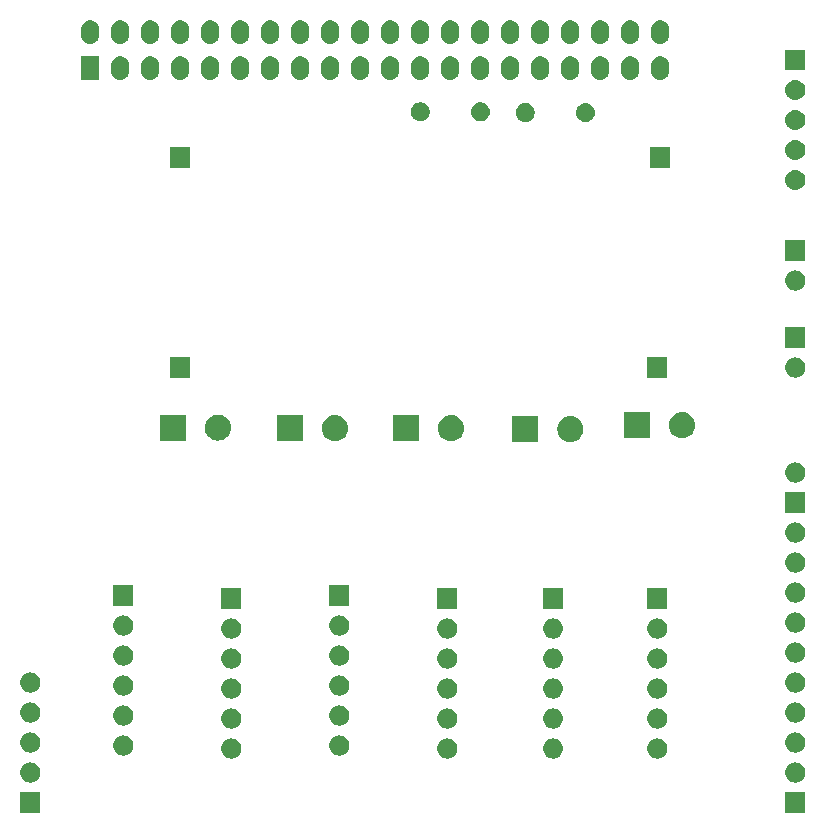
<source format=gbr>
G04 #@! TF.GenerationSoftware,KiCad,Pcbnew,(5.0.1)-4*
G04 #@! TF.CreationDate,2018-12-13T18:51:49-05:00*
G04 #@! TF.ProjectId,pihat_template,70696861745F74656D706C6174652E6B,B1.1*
G04 #@! TF.SameCoordinates,Original*
G04 #@! TF.FileFunction,Soldermask,Bot*
G04 #@! TF.FilePolarity,Negative*
%FSLAX46Y46*%
G04 Gerber Fmt 4.6, Leading zero omitted, Abs format (unit mm)*
G04 Created by KiCad (PCBNEW (5.0.1)-4) date 12/13/2018 6:51:49 PM*
%MOMM*%
%LPD*%
G01*
G04 APERTURE LIST*
%ADD10C,0.100000*%
G04 APERTURE END LIST*
D10*
G36*
X173850000Y-139380000D02*
X172150000Y-139380000D01*
X172150000Y-137680000D01*
X173850000Y-137680000D01*
X173850000Y-139380000D01*
X173850000Y-139380000D01*
G37*
G36*
X109080000Y-139380000D02*
X107380000Y-139380000D01*
X107380000Y-137680000D01*
X109080000Y-137680000D01*
X109080000Y-139380000D01*
X109080000Y-139380000D01*
G37*
G36*
X108396630Y-135152299D02*
X108556855Y-135200903D01*
X108704520Y-135279831D01*
X108833949Y-135386051D01*
X108940169Y-135515480D01*
X109019097Y-135663145D01*
X109067701Y-135823370D01*
X109084112Y-135990000D01*
X109067701Y-136156630D01*
X109019097Y-136316855D01*
X108940169Y-136464520D01*
X108833949Y-136593949D01*
X108704520Y-136700169D01*
X108556855Y-136779097D01*
X108396630Y-136827701D01*
X108271752Y-136840000D01*
X108188248Y-136840000D01*
X108063370Y-136827701D01*
X107903145Y-136779097D01*
X107755480Y-136700169D01*
X107626051Y-136593949D01*
X107519831Y-136464520D01*
X107440903Y-136316855D01*
X107392299Y-136156630D01*
X107375888Y-135990000D01*
X107392299Y-135823370D01*
X107440903Y-135663145D01*
X107519831Y-135515480D01*
X107626051Y-135386051D01*
X107755480Y-135279831D01*
X107903145Y-135200903D01*
X108063370Y-135152299D01*
X108188248Y-135140000D01*
X108271752Y-135140000D01*
X108396630Y-135152299D01*
X108396630Y-135152299D01*
G37*
G36*
X173166630Y-135152299D02*
X173326855Y-135200903D01*
X173474520Y-135279831D01*
X173603949Y-135386051D01*
X173710169Y-135515480D01*
X173789097Y-135663145D01*
X173837701Y-135823370D01*
X173854112Y-135990000D01*
X173837701Y-136156630D01*
X173789097Y-136316855D01*
X173710169Y-136464520D01*
X173603949Y-136593949D01*
X173474520Y-136700169D01*
X173326855Y-136779097D01*
X173166630Y-136827701D01*
X173041752Y-136840000D01*
X172958248Y-136840000D01*
X172833370Y-136827701D01*
X172673145Y-136779097D01*
X172525480Y-136700169D01*
X172396051Y-136593949D01*
X172289831Y-136464520D01*
X172210903Y-136316855D01*
X172162299Y-136156630D01*
X172145888Y-135990000D01*
X172162299Y-135823370D01*
X172210903Y-135663145D01*
X172289831Y-135515480D01*
X172396051Y-135386051D01*
X172525480Y-135279831D01*
X172673145Y-135200903D01*
X172833370Y-135152299D01*
X172958248Y-135140000D01*
X173041752Y-135140000D01*
X173166630Y-135152299D01*
X173166630Y-135152299D01*
G37*
G36*
X152656130Y-133120299D02*
X152816355Y-133168903D01*
X152964020Y-133247831D01*
X153093449Y-133354051D01*
X153199669Y-133483480D01*
X153278597Y-133631145D01*
X153327201Y-133791370D01*
X153343612Y-133958000D01*
X153327201Y-134124630D01*
X153278597Y-134284855D01*
X153199669Y-134432520D01*
X153093449Y-134561949D01*
X152964020Y-134668169D01*
X152816355Y-134747097D01*
X152656130Y-134795701D01*
X152531252Y-134808000D01*
X152447748Y-134808000D01*
X152322870Y-134795701D01*
X152162645Y-134747097D01*
X152014980Y-134668169D01*
X151885551Y-134561949D01*
X151779331Y-134432520D01*
X151700403Y-134284855D01*
X151651799Y-134124630D01*
X151635388Y-133958000D01*
X151651799Y-133791370D01*
X151700403Y-133631145D01*
X151779331Y-133483480D01*
X151885551Y-133354051D01*
X152014980Y-133247831D01*
X152162645Y-133168903D01*
X152322870Y-133120299D01*
X152447748Y-133108000D01*
X152531252Y-133108000D01*
X152656130Y-133120299D01*
X152656130Y-133120299D01*
G37*
G36*
X161482630Y-133120299D02*
X161642855Y-133168903D01*
X161790520Y-133247831D01*
X161919949Y-133354051D01*
X162026169Y-133483480D01*
X162105097Y-133631145D01*
X162153701Y-133791370D01*
X162170112Y-133958000D01*
X162153701Y-134124630D01*
X162105097Y-134284855D01*
X162026169Y-134432520D01*
X161919949Y-134561949D01*
X161790520Y-134668169D01*
X161642855Y-134747097D01*
X161482630Y-134795701D01*
X161357752Y-134808000D01*
X161274248Y-134808000D01*
X161149370Y-134795701D01*
X160989145Y-134747097D01*
X160841480Y-134668169D01*
X160712051Y-134561949D01*
X160605831Y-134432520D01*
X160526903Y-134284855D01*
X160478299Y-134124630D01*
X160461888Y-133958000D01*
X160478299Y-133791370D01*
X160526903Y-133631145D01*
X160605831Y-133483480D01*
X160712051Y-133354051D01*
X160841480Y-133247831D01*
X160989145Y-133168903D01*
X161149370Y-133120299D01*
X161274248Y-133108000D01*
X161357752Y-133108000D01*
X161482630Y-133120299D01*
X161482630Y-133120299D01*
G37*
G36*
X143702630Y-133120299D02*
X143862855Y-133168903D01*
X144010520Y-133247831D01*
X144139949Y-133354051D01*
X144246169Y-133483480D01*
X144325097Y-133631145D01*
X144373701Y-133791370D01*
X144390112Y-133958000D01*
X144373701Y-134124630D01*
X144325097Y-134284855D01*
X144246169Y-134432520D01*
X144139949Y-134561949D01*
X144010520Y-134668169D01*
X143862855Y-134747097D01*
X143702630Y-134795701D01*
X143577752Y-134808000D01*
X143494248Y-134808000D01*
X143369370Y-134795701D01*
X143209145Y-134747097D01*
X143061480Y-134668169D01*
X142932051Y-134561949D01*
X142825831Y-134432520D01*
X142746903Y-134284855D01*
X142698299Y-134124630D01*
X142681888Y-133958000D01*
X142698299Y-133791370D01*
X142746903Y-133631145D01*
X142825831Y-133483480D01*
X142932051Y-133354051D01*
X143061480Y-133247831D01*
X143209145Y-133168903D01*
X143369370Y-133120299D01*
X143494248Y-133108000D01*
X143577752Y-133108000D01*
X143702630Y-133120299D01*
X143702630Y-133120299D01*
G37*
G36*
X125414630Y-133120299D02*
X125574855Y-133168903D01*
X125722520Y-133247831D01*
X125851949Y-133354051D01*
X125958169Y-133483480D01*
X126037097Y-133631145D01*
X126085701Y-133791370D01*
X126102112Y-133958000D01*
X126085701Y-134124630D01*
X126037097Y-134284855D01*
X125958169Y-134432520D01*
X125851949Y-134561949D01*
X125722520Y-134668169D01*
X125574855Y-134747097D01*
X125414630Y-134795701D01*
X125289752Y-134808000D01*
X125206248Y-134808000D01*
X125081370Y-134795701D01*
X124921145Y-134747097D01*
X124773480Y-134668169D01*
X124644051Y-134561949D01*
X124537831Y-134432520D01*
X124458903Y-134284855D01*
X124410299Y-134124630D01*
X124393888Y-133958000D01*
X124410299Y-133791370D01*
X124458903Y-133631145D01*
X124537831Y-133483480D01*
X124644051Y-133354051D01*
X124773480Y-133247831D01*
X124921145Y-133168903D01*
X125081370Y-133120299D01*
X125206248Y-133108000D01*
X125289752Y-133108000D01*
X125414630Y-133120299D01*
X125414630Y-133120299D01*
G37*
G36*
X134558630Y-132866299D02*
X134718855Y-132914903D01*
X134866520Y-132993831D01*
X134995949Y-133100051D01*
X135102169Y-133229480D01*
X135181097Y-133377145D01*
X135229701Y-133537370D01*
X135246112Y-133704000D01*
X135229701Y-133870630D01*
X135181097Y-134030855D01*
X135102169Y-134178520D01*
X134995949Y-134307949D01*
X134866520Y-134414169D01*
X134718855Y-134493097D01*
X134558630Y-134541701D01*
X134433752Y-134554000D01*
X134350248Y-134554000D01*
X134225370Y-134541701D01*
X134065145Y-134493097D01*
X133917480Y-134414169D01*
X133788051Y-134307949D01*
X133681831Y-134178520D01*
X133602903Y-134030855D01*
X133554299Y-133870630D01*
X133537888Y-133704000D01*
X133554299Y-133537370D01*
X133602903Y-133377145D01*
X133681831Y-133229480D01*
X133788051Y-133100051D01*
X133917480Y-132993831D01*
X134065145Y-132914903D01*
X134225370Y-132866299D01*
X134350248Y-132854000D01*
X134433752Y-132854000D01*
X134558630Y-132866299D01*
X134558630Y-132866299D01*
G37*
G36*
X116270630Y-132866299D02*
X116430855Y-132914903D01*
X116578520Y-132993831D01*
X116707949Y-133100051D01*
X116814169Y-133229480D01*
X116893097Y-133377145D01*
X116941701Y-133537370D01*
X116958112Y-133704000D01*
X116941701Y-133870630D01*
X116893097Y-134030855D01*
X116814169Y-134178520D01*
X116707949Y-134307949D01*
X116578520Y-134414169D01*
X116430855Y-134493097D01*
X116270630Y-134541701D01*
X116145752Y-134554000D01*
X116062248Y-134554000D01*
X115937370Y-134541701D01*
X115777145Y-134493097D01*
X115629480Y-134414169D01*
X115500051Y-134307949D01*
X115393831Y-134178520D01*
X115314903Y-134030855D01*
X115266299Y-133870630D01*
X115249888Y-133704000D01*
X115266299Y-133537370D01*
X115314903Y-133377145D01*
X115393831Y-133229480D01*
X115500051Y-133100051D01*
X115629480Y-132993831D01*
X115777145Y-132914903D01*
X115937370Y-132866299D01*
X116062248Y-132854000D01*
X116145752Y-132854000D01*
X116270630Y-132866299D01*
X116270630Y-132866299D01*
G37*
G36*
X108396630Y-132612299D02*
X108556855Y-132660903D01*
X108704520Y-132739831D01*
X108833949Y-132846051D01*
X108940169Y-132975480D01*
X109019097Y-133123145D01*
X109067701Y-133283370D01*
X109084112Y-133450000D01*
X109067701Y-133616630D01*
X109019097Y-133776855D01*
X108940169Y-133924520D01*
X108833949Y-134053949D01*
X108704520Y-134160169D01*
X108556855Y-134239097D01*
X108396630Y-134287701D01*
X108271752Y-134300000D01*
X108188248Y-134300000D01*
X108063370Y-134287701D01*
X107903145Y-134239097D01*
X107755480Y-134160169D01*
X107626051Y-134053949D01*
X107519831Y-133924520D01*
X107440903Y-133776855D01*
X107392299Y-133616630D01*
X107375888Y-133450000D01*
X107392299Y-133283370D01*
X107440903Y-133123145D01*
X107519831Y-132975480D01*
X107626051Y-132846051D01*
X107755480Y-132739831D01*
X107903145Y-132660903D01*
X108063370Y-132612299D01*
X108188248Y-132600000D01*
X108271752Y-132600000D01*
X108396630Y-132612299D01*
X108396630Y-132612299D01*
G37*
G36*
X173166630Y-132612299D02*
X173326855Y-132660903D01*
X173474520Y-132739831D01*
X173603949Y-132846051D01*
X173710169Y-132975480D01*
X173789097Y-133123145D01*
X173837701Y-133283370D01*
X173854112Y-133450000D01*
X173837701Y-133616630D01*
X173789097Y-133776855D01*
X173710169Y-133924520D01*
X173603949Y-134053949D01*
X173474520Y-134160169D01*
X173326855Y-134239097D01*
X173166630Y-134287701D01*
X173041752Y-134300000D01*
X172958248Y-134300000D01*
X172833370Y-134287701D01*
X172673145Y-134239097D01*
X172525480Y-134160169D01*
X172396051Y-134053949D01*
X172289831Y-133924520D01*
X172210903Y-133776855D01*
X172162299Y-133616630D01*
X172145888Y-133450000D01*
X172162299Y-133283370D01*
X172210903Y-133123145D01*
X172289831Y-132975480D01*
X172396051Y-132846051D01*
X172525480Y-132739831D01*
X172673145Y-132660903D01*
X172833370Y-132612299D01*
X172958248Y-132600000D01*
X173041752Y-132600000D01*
X173166630Y-132612299D01*
X173166630Y-132612299D01*
G37*
G36*
X125414630Y-130580299D02*
X125574855Y-130628903D01*
X125722520Y-130707831D01*
X125851949Y-130814051D01*
X125958169Y-130943480D01*
X126037097Y-131091145D01*
X126085701Y-131251370D01*
X126102112Y-131418000D01*
X126085701Y-131584630D01*
X126037097Y-131744855D01*
X125958169Y-131892520D01*
X125851949Y-132021949D01*
X125722520Y-132128169D01*
X125574855Y-132207097D01*
X125414630Y-132255701D01*
X125289752Y-132268000D01*
X125206248Y-132268000D01*
X125081370Y-132255701D01*
X124921145Y-132207097D01*
X124773480Y-132128169D01*
X124644051Y-132021949D01*
X124537831Y-131892520D01*
X124458903Y-131744855D01*
X124410299Y-131584630D01*
X124393888Y-131418000D01*
X124410299Y-131251370D01*
X124458903Y-131091145D01*
X124537831Y-130943480D01*
X124644051Y-130814051D01*
X124773480Y-130707831D01*
X124921145Y-130628903D01*
X125081370Y-130580299D01*
X125206248Y-130568000D01*
X125289752Y-130568000D01*
X125414630Y-130580299D01*
X125414630Y-130580299D01*
G37*
G36*
X143702630Y-130580299D02*
X143862855Y-130628903D01*
X144010520Y-130707831D01*
X144139949Y-130814051D01*
X144246169Y-130943480D01*
X144325097Y-131091145D01*
X144373701Y-131251370D01*
X144390112Y-131418000D01*
X144373701Y-131584630D01*
X144325097Y-131744855D01*
X144246169Y-131892520D01*
X144139949Y-132021949D01*
X144010520Y-132128169D01*
X143862855Y-132207097D01*
X143702630Y-132255701D01*
X143577752Y-132268000D01*
X143494248Y-132268000D01*
X143369370Y-132255701D01*
X143209145Y-132207097D01*
X143061480Y-132128169D01*
X142932051Y-132021949D01*
X142825831Y-131892520D01*
X142746903Y-131744855D01*
X142698299Y-131584630D01*
X142681888Y-131418000D01*
X142698299Y-131251370D01*
X142746903Y-131091145D01*
X142825831Y-130943480D01*
X142932051Y-130814051D01*
X143061480Y-130707831D01*
X143209145Y-130628903D01*
X143369370Y-130580299D01*
X143494248Y-130568000D01*
X143577752Y-130568000D01*
X143702630Y-130580299D01*
X143702630Y-130580299D01*
G37*
G36*
X161482630Y-130580299D02*
X161642855Y-130628903D01*
X161790520Y-130707831D01*
X161919949Y-130814051D01*
X162026169Y-130943480D01*
X162105097Y-131091145D01*
X162153701Y-131251370D01*
X162170112Y-131418000D01*
X162153701Y-131584630D01*
X162105097Y-131744855D01*
X162026169Y-131892520D01*
X161919949Y-132021949D01*
X161790520Y-132128169D01*
X161642855Y-132207097D01*
X161482630Y-132255701D01*
X161357752Y-132268000D01*
X161274248Y-132268000D01*
X161149370Y-132255701D01*
X160989145Y-132207097D01*
X160841480Y-132128169D01*
X160712051Y-132021949D01*
X160605831Y-131892520D01*
X160526903Y-131744855D01*
X160478299Y-131584630D01*
X160461888Y-131418000D01*
X160478299Y-131251370D01*
X160526903Y-131091145D01*
X160605831Y-130943480D01*
X160712051Y-130814051D01*
X160841480Y-130707831D01*
X160989145Y-130628903D01*
X161149370Y-130580299D01*
X161274248Y-130568000D01*
X161357752Y-130568000D01*
X161482630Y-130580299D01*
X161482630Y-130580299D01*
G37*
G36*
X152656130Y-130580299D02*
X152816355Y-130628903D01*
X152964020Y-130707831D01*
X153093449Y-130814051D01*
X153199669Y-130943480D01*
X153278597Y-131091145D01*
X153327201Y-131251370D01*
X153343612Y-131418000D01*
X153327201Y-131584630D01*
X153278597Y-131744855D01*
X153199669Y-131892520D01*
X153093449Y-132021949D01*
X152964020Y-132128169D01*
X152816355Y-132207097D01*
X152656130Y-132255701D01*
X152531252Y-132268000D01*
X152447748Y-132268000D01*
X152322870Y-132255701D01*
X152162645Y-132207097D01*
X152014980Y-132128169D01*
X151885551Y-132021949D01*
X151779331Y-131892520D01*
X151700403Y-131744855D01*
X151651799Y-131584630D01*
X151635388Y-131418000D01*
X151651799Y-131251370D01*
X151700403Y-131091145D01*
X151779331Y-130943480D01*
X151885551Y-130814051D01*
X152014980Y-130707831D01*
X152162645Y-130628903D01*
X152322870Y-130580299D01*
X152447748Y-130568000D01*
X152531252Y-130568000D01*
X152656130Y-130580299D01*
X152656130Y-130580299D01*
G37*
G36*
X134558630Y-130326299D02*
X134718855Y-130374903D01*
X134866520Y-130453831D01*
X134995949Y-130560051D01*
X135102169Y-130689480D01*
X135181097Y-130837145D01*
X135229701Y-130997370D01*
X135246112Y-131164000D01*
X135229701Y-131330630D01*
X135181097Y-131490855D01*
X135102169Y-131638520D01*
X134995949Y-131767949D01*
X134866520Y-131874169D01*
X134718855Y-131953097D01*
X134558630Y-132001701D01*
X134433752Y-132014000D01*
X134350248Y-132014000D01*
X134225370Y-132001701D01*
X134065145Y-131953097D01*
X133917480Y-131874169D01*
X133788051Y-131767949D01*
X133681831Y-131638520D01*
X133602903Y-131490855D01*
X133554299Y-131330630D01*
X133537888Y-131164000D01*
X133554299Y-130997370D01*
X133602903Y-130837145D01*
X133681831Y-130689480D01*
X133788051Y-130560051D01*
X133917480Y-130453831D01*
X134065145Y-130374903D01*
X134225370Y-130326299D01*
X134350248Y-130314000D01*
X134433752Y-130314000D01*
X134558630Y-130326299D01*
X134558630Y-130326299D01*
G37*
G36*
X116270630Y-130326299D02*
X116430855Y-130374903D01*
X116578520Y-130453831D01*
X116707949Y-130560051D01*
X116814169Y-130689480D01*
X116893097Y-130837145D01*
X116941701Y-130997370D01*
X116958112Y-131164000D01*
X116941701Y-131330630D01*
X116893097Y-131490855D01*
X116814169Y-131638520D01*
X116707949Y-131767949D01*
X116578520Y-131874169D01*
X116430855Y-131953097D01*
X116270630Y-132001701D01*
X116145752Y-132014000D01*
X116062248Y-132014000D01*
X115937370Y-132001701D01*
X115777145Y-131953097D01*
X115629480Y-131874169D01*
X115500051Y-131767949D01*
X115393831Y-131638520D01*
X115314903Y-131490855D01*
X115266299Y-131330630D01*
X115249888Y-131164000D01*
X115266299Y-130997370D01*
X115314903Y-130837145D01*
X115393831Y-130689480D01*
X115500051Y-130560051D01*
X115629480Y-130453831D01*
X115777145Y-130374903D01*
X115937370Y-130326299D01*
X116062248Y-130314000D01*
X116145752Y-130314000D01*
X116270630Y-130326299D01*
X116270630Y-130326299D01*
G37*
G36*
X108396630Y-130072299D02*
X108556855Y-130120903D01*
X108704520Y-130199831D01*
X108833949Y-130306051D01*
X108940169Y-130435480D01*
X109019097Y-130583145D01*
X109067701Y-130743370D01*
X109084112Y-130910000D01*
X109067701Y-131076630D01*
X109019097Y-131236855D01*
X108940169Y-131384520D01*
X108833949Y-131513949D01*
X108704520Y-131620169D01*
X108556855Y-131699097D01*
X108396630Y-131747701D01*
X108271752Y-131760000D01*
X108188248Y-131760000D01*
X108063370Y-131747701D01*
X107903145Y-131699097D01*
X107755480Y-131620169D01*
X107626051Y-131513949D01*
X107519831Y-131384520D01*
X107440903Y-131236855D01*
X107392299Y-131076630D01*
X107375888Y-130910000D01*
X107392299Y-130743370D01*
X107440903Y-130583145D01*
X107519831Y-130435480D01*
X107626051Y-130306051D01*
X107755480Y-130199831D01*
X107903145Y-130120903D01*
X108063370Y-130072299D01*
X108188248Y-130060000D01*
X108271752Y-130060000D01*
X108396630Y-130072299D01*
X108396630Y-130072299D01*
G37*
G36*
X173166630Y-130072299D02*
X173326855Y-130120903D01*
X173474520Y-130199831D01*
X173603949Y-130306051D01*
X173710169Y-130435480D01*
X173789097Y-130583145D01*
X173837701Y-130743370D01*
X173854112Y-130910000D01*
X173837701Y-131076630D01*
X173789097Y-131236855D01*
X173710169Y-131384520D01*
X173603949Y-131513949D01*
X173474520Y-131620169D01*
X173326855Y-131699097D01*
X173166630Y-131747701D01*
X173041752Y-131760000D01*
X172958248Y-131760000D01*
X172833370Y-131747701D01*
X172673145Y-131699097D01*
X172525480Y-131620169D01*
X172396051Y-131513949D01*
X172289831Y-131384520D01*
X172210903Y-131236855D01*
X172162299Y-131076630D01*
X172145888Y-130910000D01*
X172162299Y-130743370D01*
X172210903Y-130583145D01*
X172289831Y-130435480D01*
X172396051Y-130306051D01*
X172525480Y-130199831D01*
X172673145Y-130120903D01*
X172833370Y-130072299D01*
X172958248Y-130060000D01*
X173041752Y-130060000D01*
X173166630Y-130072299D01*
X173166630Y-130072299D01*
G37*
G36*
X152656130Y-128040299D02*
X152816355Y-128088903D01*
X152964020Y-128167831D01*
X153093449Y-128274051D01*
X153199669Y-128403480D01*
X153278597Y-128551145D01*
X153327201Y-128711370D01*
X153343612Y-128878000D01*
X153327201Y-129044630D01*
X153278597Y-129204855D01*
X153199669Y-129352520D01*
X153093449Y-129481949D01*
X152964020Y-129588169D01*
X152816355Y-129667097D01*
X152656130Y-129715701D01*
X152531252Y-129728000D01*
X152447748Y-129728000D01*
X152322870Y-129715701D01*
X152162645Y-129667097D01*
X152014980Y-129588169D01*
X151885551Y-129481949D01*
X151779331Y-129352520D01*
X151700403Y-129204855D01*
X151651799Y-129044630D01*
X151635388Y-128878000D01*
X151651799Y-128711370D01*
X151700403Y-128551145D01*
X151779331Y-128403480D01*
X151885551Y-128274051D01*
X152014980Y-128167831D01*
X152162645Y-128088903D01*
X152322870Y-128040299D01*
X152447748Y-128028000D01*
X152531252Y-128028000D01*
X152656130Y-128040299D01*
X152656130Y-128040299D01*
G37*
G36*
X161482630Y-128040299D02*
X161642855Y-128088903D01*
X161790520Y-128167831D01*
X161919949Y-128274051D01*
X162026169Y-128403480D01*
X162105097Y-128551145D01*
X162153701Y-128711370D01*
X162170112Y-128878000D01*
X162153701Y-129044630D01*
X162105097Y-129204855D01*
X162026169Y-129352520D01*
X161919949Y-129481949D01*
X161790520Y-129588169D01*
X161642855Y-129667097D01*
X161482630Y-129715701D01*
X161357752Y-129728000D01*
X161274248Y-129728000D01*
X161149370Y-129715701D01*
X160989145Y-129667097D01*
X160841480Y-129588169D01*
X160712051Y-129481949D01*
X160605831Y-129352520D01*
X160526903Y-129204855D01*
X160478299Y-129044630D01*
X160461888Y-128878000D01*
X160478299Y-128711370D01*
X160526903Y-128551145D01*
X160605831Y-128403480D01*
X160712051Y-128274051D01*
X160841480Y-128167831D01*
X160989145Y-128088903D01*
X161149370Y-128040299D01*
X161274248Y-128028000D01*
X161357752Y-128028000D01*
X161482630Y-128040299D01*
X161482630Y-128040299D01*
G37*
G36*
X143702630Y-128040299D02*
X143862855Y-128088903D01*
X144010520Y-128167831D01*
X144139949Y-128274051D01*
X144246169Y-128403480D01*
X144325097Y-128551145D01*
X144373701Y-128711370D01*
X144390112Y-128878000D01*
X144373701Y-129044630D01*
X144325097Y-129204855D01*
X144246169Y-129352520D01*
X144139949Y-129481949D01*
X144010520Y-129588169D01*
X143862855Y-129667097D01*
X143702630Y-129715701D01*
X143577752Y-129728000D01*
X143494248Y-129728000D01*
X143369370Y-129715701D01*
X143209145Y-129667097D01*
X143061480Y-129588169D01*
X142932051Y-129481949D01*
X142825831Y-129352520D01*
X142746903Y-129204855D01*
X142698299Y-129044630D01*
X142681888Y-128878000D01*
X142698299Y-128711370D01*
X142746903Y-128551145D01*
X142825831Y-128403480D01*
X142932051Y-128274051D01*
X143061480Y-128167831D01*
X143209145Y-128088903D01*
X143369370Y-128040299D01*
X143494248Y-128028000D01*
X143577752Y-128028000D01*
X143702630Y-128040299D01*
X143702630Y-128040299D01*
G37*
G36*
X125414630Y-128040299D02*
X125574855Y-128088903D01*
X125722520Y-128167831D01*
X125851949Y-128274051D01*
X125958169Y-128403480D01*
X126037097Y-128551145D01*
X126085701Y-128711370D01*
X126102112Y-128878000D01*
X126085701Y-129044630D01*
X126037097Y-129204855D01*
X125958169Y-129352520D01*
X125851949Y-129481949D01*
X125722520Y-129588169D01*
X125574855Y-129667097D01*
X125414630Y-129715701D01*
X125289752Y-129728000D01*
X125206248Y-129728000D01*
X125081370Y-129715701D01*
X124921145Y-129667097D01*
X124773480Y-129588169D01*
X124644051Y-129481949D01*
X124537831Y-129352520D01*
X124458903Y-129204855D01*
X124410299Y-129044630D01*
X124393888Y-128878000D01*
X124410299Y-128711370D01*
X124458903Y-128551145D01*
X124537831Y-128403480D01*
X124644051Y-128274051D01*
X124773480Y-128167831D01*
X124921145Y-128088903D01*
X125081370Y-128040299D01*
X125206248Y-128028000D01*
X125289752Y-128028000D01*
X125414630Y-128040299D01*
X125414630Y-128040299D01*
G37*
G36*
X134558630Y-127786299D02*
X134718855Y-127834903D01*
X134866520Y-127913831D01*
X134995949Y-128020051D01*
X135102169Y-128149480D01*
X135181097Y-128297145D01*
X135229701Y-128457370D01*
X135246112Y-128624000D01*
X135229701Y-128790630D01*
X135181097Y-128950855D01*
X135102169Y-129098520D01*
X134995949Y-129227949D01*
X134866520Y-129334169D01*
X134718855Y-129413097D01*
X134558630Y-129461701D01*
X134433752Y-129474000D01*
X134350248Y-129474000D01*
X134225370Y-129461701D01*
X134065145Y-129413097D01*
X133917480Y-129334169D01*
X133788051Y-129227949D01*
X133681831Y-129098520D01*
X133602903Y-128950855D01*
X133554299Y-128790630D01*
X133537888Y-128624000D01*
X133554299Y-128457370D01*
X133602903Y-128297145D01*
X133681831Y-128149480D01*
X133788051Y-128020051D01*
X133917480Y-127913831D01*
X134065145Y-127834903D01*
X134225370Y-127786299D01*
X134350248Y-127774000D01*
X134433752Y-127774000D01*
X134558630Y-127786299D01*
X134558630Y-127786299D01*
G37*
G36*
X116270630Y-127786299D02*
X116430855Y-127834903D01*
X116578520Y-127913831D01*
X116707949Y-128020051D01*
X116814169Y-128149480D01*
X116893097Y-128297145D01*
X116941701Y-128457370D01*
X116958112Y-128624000D01*
X116941701Y-128790630D01*
X116893097Y-128950855D01*
X116814169Y-129098520D01*
X116707949Y-129227949D01*
X116578520Y-129334169D01*
X116430855Y-129413097D01*
X116270630Y-129461701D01*
X116145752Y-129474000D01*
X116062248Y-129474000D01*
X115937370Y-129461701D01*
X115777145Y-129413097D01*
X115629480Y-129334169D01*
X115500051Y-129227949D01*
X115393831Y-129098520D01*
X115314903Y-128950855D01*
X115266299Y-128790630D01*
X115249888Y-128624000D01*
X115266299Y-128457370D01*
X115314903Y-128297145D01*
X115393831Y-128149480D01*
X115500051Y-128020051D01*
X115629480Y-127913831D01*
X115777145Y-127834903D01*
X115937370Y-127786299D01*
X116062248Y-127774000D01*
X116145752Y-127774000D01*
X116270630Y-127786299D01*
X116270630Y-127786299D01*
G37*
G36*
X173166630Y-127532299D02*
X173326855Y-127580903D01*
X173474520Y-127659831D01*
X173603949Y-127766051D01*
X173710169Y-127895480D01*
X173789097Y-128043145D01*
X173837701Y-128203370D01*
X173854112Y-128370000D01*
X173837701Y-128536630D01*
X173789097Y-128696855D01*
X173710169Y-128844520D01*
X173603949Y-128973949D01*
X173474520Y-129080169D01*
X173326855Y-129159097D01*
X173166630Y-129207701D01*
X173041752Y-129220000D01*
X172958248Y-129220000D01*
X172833370Y-129207701D01*
X172673145Y-129159097D01*
X172525480Y-129080169D01*
X172396051Y-128973949D01*
X172289831Y-128844520D01*
X172210903Y-128696855D01*
X172162299Y-128536630D01*
X172145888Y-128370000D01*
X172162299Y-128203370D01*
X172210903Y-128043145D01*
X172289831Y-127895480D01*
X172396051Y-127766051D01*
X172525480Y-127659831D01*
X172673145Y-127580903D01*
X172833370Y-127532299D01*
X172958248Y-127520000D01*
X173041752Y-127520000D01*
X173166630Y-127532299D01*
X173166630Y-127532299D01*
G37*
G36*
X108396630Y-127532299D02*
X108556855Y-127580903D01*
X108704520Y-127659831D01*
X108833949Y-127766051D01*
X108940169Y-127895480D01*
X109019097Y-128043145D01*
X109067701Y-128203370D01*
X109084112Y-128370000D01*
X109067701Y-128536630D01*
X109019097Y-128696855D01*
X108940169Y-128844520D01*
X108833949Y-128973949D01*
X108704520Y-129080169D01*
X108556855Y-129159097D01*
X108396630Y-129207701D01*
X108271752Y-129220000D01*
X108188248Y-129220000D01*
X108063370Y-129207701D01*
X107903145Y-129159097D01*
X107755480Y-129080169D01*
X107626051Y-128973949D01*
X107519831Y-128844520D01*
X107440903Y-128696855D01*
X107392299Y-128536630D01*
X107375888Y-128370000D01*
X107392299Y-128203370D01*
X107440903Y-128043145D01*
X107519831Y-127895480D01*
X107626051Y-127766051D01*
X107755480Y-127659831D01*
X107903145Y-127580903D01*
X108063370Y-127532299D01*
X108188248Y-127520000D01*
X108271752Y-127520000D01*
X108396630Y-127532299D01*
X108396630Y-127532299D01*
G37*
G36*
X143702630Y-125500299D02*
X143862855Y-125548903D01*
X144010520Y-125627831D01*
X144139949Y-125734051D01*
X144246169Y-125863480D01*
X144325097Y-126011145D01*
X144373701Y-126171370D01*
X144390112Y-126338000D01*
X144373701Y-126504630D01*
X144325097Y-126664855D01*
X144246169Y-126812520D01*
X144139949Y-126941949D01*
X144010520Y-127048169D01*
X143862855Y-127127097D01*
X143702630Y-127175701D01*
X143577752Y-127188000D01*
X143494248Y-127188000D01*
X143369370Y-127175701D01*
X143209145Y-127127097D01*
X143061480Y-127048169D01*
X142932051Y-126941949D01*
X142825831Y-126812520D01*
X142746903Y-126664855D01*
X142698299Y-126504630D01*
X142681888Y-126338000D01*
X142698299Y-126171370D01*
X142746903Y-126011145D01*
X142825831Y-125863480D01*
X142932051Y-125734051D01*
X143061480Y-125627831D01*
X143209145Y-125548903D01*
X143369370Y-125500299D01*
X143494248Y-125488000D01*
X143577752Y-125488000D01*
X143702630Y-125500299D01*
X143702630Y-125500299D01*
G37*
G36*
X152656130Y-125500299D02*
X152816355Y-125548903D01*
X152964020Y-125627831D01*
X153093449Y-125734051D01*
X153199669Y-125863480D01*
X153278597Y-126011145D01*
X153327201Y-126171370D01*
X153343612Y-126338000D01*
X153327201Y-126504630D01*
X153278597Y-126664855D01*
X153199669Y-126812520D01*
X153093449Y-126941949D01*
X152964020Y-127048169D01*
X152816355Y-127127097D01*
X152656130Y-127175701D01*
X152531252Y-127188000D01*
X152447748Y-127188000D01*
X152322870Y-127175701D01*
X152162645Y-127127097D01*
X152014980Y-127048169D01*
X151885551Y-126941949D01*
X151779331Y-126812520D01*
X151700403Y-126664855D01*
X151651799Y-126504630D01*
X151635388Y-126338000D01*
X151651799Y-126171370D01*
X151700403Y-126011145D01*
X151779331Y-125863480D01*
X151885551Y-125734051D01*
X152014980Y-125627831D01*
X152162645Y-125548903D01*
X152322870Y-125500299D01*
X152447748Y-125488000D01*
X152531252Y-125488000D01*
X152656130Y-125500299D01*
X152656130Y-125500299D01*
G37*
G36*
X125414630Y-125500299D02*
X125574855Y-125548903D01*
X125722520Y-125627831D01*
X125851949Y-125734051D01*
X125958169Y-125863480D01*
X126037097Y-126011145D01*
X126085701Y-126171370D01*
X126102112Y-126338000D01*
X126085701Y-126504630D01*
X126037097Y-126664855D01*
X125958169Y-126812520D01*
X125851949Y-126941949D01*
X125722520Y-127048169D01*
X125574855Y-127127097D01*
X125414630Y-127175701D01*
X125289752Y-127188000D01*
X125206248Y-127188000D01*
X125081370Y-127175701D01*
X124921145Y-127127097D01*
X124773480Y-127048169D01*
X124644051Y-126941949D01*
X124537831Y-126812520D01*
X124458903Y-126664855D01*
X124410299Y-126504630D01*
X124393888Y-126338000D01*
X124410299Y-126171370D01*
X124458903Y-126011145D01*
X124537831Y-125863480D01*
X124644051Y-125734051D01*
X124773480Y-125627831D01*
X124921145Y-125548903D01*
X125081370Y-125500299D01*
X125206248Y-125488000D01*
X125289752Y-125488000D01*
X125414630Y-125500299D01*
X125414630Y-125500299D01*
G37*
G36*
X161482630Y-125500299D02*
X161642855Y-125548903D01*
X161790520Y-125627831D01*
X161919949Y-125734051D01*
X162026169Y-125863480D01*
X162105097Y-126011145D01*
X162153701Y-126171370D01*
X162170112Y-126338000D01*
X162153701Y-126504630D01*
X162105097Y-126664855D01*
X162026169Y-126812520D01*
X161919949Y-126941949D01*
X161790520Y-127048169D01*
X161642855Y-127127097D01*
X161482630Y-127175701D01*
X161357752Y-127188000D01*
X161274248Y-127188000D01*
X161149370Y-127175701D01*
X160989145Y-127127097D01*
X160841480Y-127048169D01*
X160712051Y-126941949D01*
X160605831Y-126812520D01*
X160526903Y-126664855D01*
X160478299Y-126504630D01*
X160461888Y-126338000D01*
X160478299Y-126171370D01*
X160526903Y-126011145D01*
X160605831Y-125863480D01*
X160712051Y-125734051D01*
X160841480Y-125627831D01*
X160989145Y-125548903D01*
X161149370Y-125500299D01*
X161274248Y-125488000D01*
X161357752Y-125488000D01*
X161482630Y-125500299D01*
X161482630Y-125500299D01*
G37*
G36*
X134558630Y-125246299D02*
X134718855Y-125294903D01*
X134866520Y-125373831D01*
X134995949Y-125480051D01*
X135102169Y-125609480D01*
X135181097Y-125757145D01*
X135229701Y-125917370D01*
X135246112Y-126084000D01*
X135229701Y-126250630D01*
X135181097Y-126410855D01*
X135102169Y-126558520D01*
X134995949Y-126687949D01*
X134866520Y-126794169D01*
X134718855Y-126873097D01*
X134558630Y-126921701D01*
X134433752Y-126934000D01*
X134350248Y-126934000D01*
X134225370Y-126921701D01*
X134065145Y-126873097D01*
X133917480Y-126794169D01*
X133788051Y-126687949D01*
X133681831Y-126558520D01*
X133602903Y-126410855D01*
X133554299Y-126250630D01*
X133537888Y-126084000D01*
X133554299Y-125917370D01*
X133602903Y-125757145D01*
X133681831Y-125609480D01*
X133788051Y-125480051D01*
X133917480Y-125373831D01*
X134065145Y-125294903D01*
X134225370Y-125246299D01*
X134350248Y-125234000D01*
X134433752Y-125234000D01*
X134558630Y-125246299D01*
X134558630Y-125246299D01*
G37*
G36*
X116270630Y-125246299D02*
X116430855Y-125294903D01*
X116578520Y-125373831D01*
X116707949Y-125480051D01*
X116814169Y-125609480D01*
X116893097Y-125757145D01*
X116941701Y-125917370D01*
X116958112Y-126084000D01*
X116941701Y-126250630D01*
X116893097Y-126410855D01*
X116814169Y-126558520D01*
X116707949Y-126687949D01*
X116578520Y-126794169D01*
X116430855Y-126873097D01*
X116270630Y-126921701D01*
X116145752Y-126934000D01*
X116062248Y-126934000D01*
X115937370Y-126921701D01*
X115777145Y-126873097D01*
X115629480Y-126794169D01*
X115500051Y-126687949D01*
X115393831Y-126558520D01*
X115314903Y-126410855D01*
X115266299Y-126250630D01*
X115249888Y-126084000D01*
X115266299Y-125917370D01*
X115314903Y-125757145D01*
X115393831Y-125609480D01*
X115500051Y-125480051D01*
X115629480Y-125373831D01*
X115777145Y-125294903D01*
X115937370Y-125246299D01*
X116062248Y-125234000D01*
X116145752Y-125234000D01*
X116270630Y-125246299D01*
X116270630Y-125246299D01*
G37*
G36*
X173166630Y-124992299D02*
X173326855Y-125040903D01*
X173474520Y-125119831D01*
X173603949Y-125226051D01*
X173710169Y-125355480D01*
X173789097Y-125503145D01*
X173837701Y-125663370D01*
X173854112Y-125830000D01*
X173837701Y-125996630D01*
X173789097Y-126156855D01*
X173710169Y-126304520D01*
X173603949Y-126433949D01*
X173474520Y-126540169D01*
X173326855Y-126619097D01*
X173166630Y-126667701D01*
X173041752Y-126680000D01*
X172958248Y-126680000D01*
X172833370Y-126667701D01*
X172673145Y-126619097D01*
X172525480Y-126540169D01*
X172396051Y-126433949D01*
X172289831Y-126304520D01*
X172210903Y-126156855D01*
X172162299Y-125996630D01*
X172145888Y-125830000D01*
X172162299Y-125663370D01*
X172210903Y-125503145D01*
X172289831Y-125355480D01*
X172396051Y-125226051D01*
X172525480Y-125119831D01*
X172673145Y-125040903D01*
X172833370Y-124992299D01*
X172958248Y-124980000D01*
X173041752Y-124980000D01*
X173166630Y-124992299D01*
X173166630Y-124992299D01*
G37*
G36*
X125414630Y-122960299D02*
X125574855Y-123008903D01*
X125722520Y-123087831D01*
X125851949Y-123194051D01*
X125958169Y-123323480D01*
X126037097Y-123471145D01*
X126085701Y-123631370D01*
X126102112Y-123798000D01*
X126085701Y-123964630D01*
X126037097Y-124124855D01*
X125958169Y-124272520D01*
X125851949Y-124401949D01*
X125722520Y-124508169D01*
X125574855Y-124587097D01*
X125414630Y-124635701D01*
X125289752Y-124648000D01*
X125206248Y-124648000D01*
X125081370Y-124635701D01*
X124921145Y-124587097D01*
X124773480Y-124508169D01*
X124644051Y-124401949D01*
X124537831Y-124272520D01*
X124458903Y-124124855D01*
X124410299Y-123964630D01*
X124393888Y-123798000D01*
X124410299Y-123631370D01*
X124458903Y-123471145D01*
X124537831Y-123323480D01*
X124644051Y-123194051D01*
X124773480Y-123087831D01*
X124921145Y-123008903D01*
X125081370Y-122960299D01*
X125206248Y-122948000D01*
X125289752Y-122948000D01*
X125414630Y-122960299D01*
X125414630Y-122960299D01*
G37*
G36*
X143702630Y-122960299D02*
X143862855Y-123008903D01*
X144010520Y-123087831D01*
X144139949Y-123194051D01*
X144246169Y-123323480D01*
X144325097Y-123471145D01*
X144373701Y-123631370D01*
X144390112Y-123798000D01*
X144373701Y-123964630D01*
X144325097Y-124124855D01*
X144246169Y-124272520D01*
X144139949Y-124401949D01*
X144010520Y-124508169D01*
X143862855Y-124587097D01*
X143702630Y-124635701D01*
X143577752Y-124648000D01*
X143494248Y-124648000D01*
X143369370Y-124635701D01*
X143209145Y-124587097D01*
X143061480Y-124508169D01*
X142932051Y-124401949D01*
X142825831Y-124272520D01*
X142746903Y-124124855D01*
X142698299Y-123964630D01*
X142681888Y-123798000D01*
X142698299Y-123631370D01*
X142746903Y-123471145D01*
X142825831Y-123323480D01*
X142932051Y-123194051D01*
X143061480Y-123087831D01*
X143209145Y-123008903D01*
X143369370Y-122960299D01*
X143494248Y-122948000D01*
X143577752Y-122948000D01*
X143702630Y-122960299D01*
X143702630Y-122960299D01*
G37*
G36*
X161482630Y-122960299D02*
X161642855Y-123008903D01*
X161790520Y-123087831D01*
X161919949Y-123194051D01*
X162026169Y-123323480D01*
X162105097Y-123471145D01*
X162153701Y-123631370D01*
X162170112Y-123798000D01*
X162153701Y-123964630D01*
X162105097Y-124124855D01*
X162026169Y-124272520D01*
X161919949Y-124401949D01*
X161790520Y-124508169D01*
X161642855Y-124587097D01*
X161482630Y-124635701D01*
X161357752Y-124648000D01*
X161274248Y-124648000D01*
X161149370Y-124635701D01*
X160989145Y-124587097D01*
X160841480Y-124508169D01*
X160712051Y-124401949D01*
X160605831Y-124272520D01*
X160526903Y-124124855D01*
X160478299Y-123964630D01*
X160461888Y-123798000D01*
X160478299Y-123631370D01*
X160526903Y-123471145D01*
X160605831Y-123323480D01*
X160712051Y-123194051D01*
X160841480Y-123087831D01*
X160989145Y-123008903D01*
X161149370Y-122960299D01*
X161274248Y-122948000D01*
X161357752Y-122948000D01*
X161482630Y-122960299D01*
X161482630Y-122960299D01*
G37*
G36*
X152656130Y-122960299D02*
X152816355Y-123008903D01*
X152964020Y-123087831D01*
X153093449Y-123194051D01*
X153199669Y-123323480D01*
X153278597Y-123471145D01*
X153327201Y-123631370D01*
X153343612Y-123798000D01*
X153327201Y-123964630D01*
X153278597Y-124124855D01*
X153199669Y-124272520D01*
X153093449Y-124401949D01*
X152964020Y-124508169D01*
X152816355Y-124587097D01*
X152656130Y-124635701D01*
X152531252Y-124648000D01*
X152447748Y-124648000D01*
X152322870Y-124635701D01*
X152162645Y-124587097D01*
X152014980Y-124508169D01*
X151885551Y-124401949D01*
X151779331Y-124272520D01*
X151700403Y-124124855D01*
X151651799Y-123964630D01*
X151635388Y-123798000D01*
X151651799Y-123631370D01*
X151700403Y-123471145D01*
X151779331Y-123323480D01*
X151885551Y-123194051D01*
X152014980Y-123087831D01*
X152162645Y-123008903D01*
X152322870Y-122960299D01*
X152447748Y-122948000D01*
X152531252Y-122948000D01*
X152656130Y-122960299D01*
X152656130Y-122960299D01*
G37*
G36*
X116270630Y-122706299D02*
X116430855Y-122754903D01*
X116578520Y-122833831D01*
X116707949Y-122940051D01*
X116814169Y-123069480D01*
X116893097Y-123217145D01*
X116941701Y-123377370D01*
X116958112Y-123544000D01*
X116941701Y-123710630D01*
X116893097Y-123870855D01*
X116814169Y-124018520D01*
X116707949Y-124147949D01*
X116578520Y-124254169D01*
X116430855Y-124333097D01*
X116270630Y-124381701D01*
X116145752Y-124394000D01*
X116062248Y-124394000D01*
X115937370Y-124381701D01*
X115777145Y-124333097D01*
X115629480Y-124254169D01*
X115500051Y-124147949D01*
X115393831Y-124018520D01*
X115314903Y-123870855D01*
X115266299Y-123710630D01*
X115249888Y-123544000D01*
X115266299Y-123377370D01*
X115314903Y-123217145D01*
X115393831Y-123069480D01*
X115500051Y-122940051D01*
X115629480Y-122833831D01*
X115777145Y-122754903D01*
X115937370Y-122706299D01*
X116062248Y-122694000D01*
X116145752Y-122694000D01*
X116270630Y-122706299D01*
X116270630Y-122706299D01*
G37*
G36*
X134558630Y-122706299D02*
X134718855Y-122754903D01*
X134866520Y-122833831D01*
X134995949Y-122940051D01*
X135102169Y-123069480D01*
X135181097Y-123217145D01*
X135229701Y-123377370D01*
X135246112Y-123544000D01*
X135229701Y-123710630D01*
X135181097Y-123870855D01*
X135102169Y-124018520D01*
X134995949Y-124147949D01*
X134866520Y-124254169D01*
X134718855Y-124333097D01*
X134558630Y-124381701D01*
X134433752Y-124394000D01*
X134350248Y-124394000D01*
X134225370Y-124381701D01*
X134065145Y-124333097D01*
X133917480Y-124254169D01*
X133788051Y-124147949D01*
X133681831Y-124018520D01*
X133602903Y-123870855D01*
X133554299Y-123710630D01*
X133537888Y-123544000D01*
X133554299Y-123377370D01*
X133602903Y-123217145D01*
X133681831Y-123069480D01*
X133788051Y-122940051D01*
X133917480Y-122833831D01*
X134065145Y-122754903D01*
X134225370Y-122706299D01*
X134350248Y-122694000D01*
X134433752Y-122694000D01*
X134558630Y-122706299D01*
X134558630Y-122706299D01*
G37*
G36*
X173166630Y-122452299D02*
X173326855Y-122500903D01*
X173474520Y-122579831D01*
X173603949Y-122686051D01*
X173710169Y-122815480D01*
X173789097Y-122963145D01*
X173837701Y-123123370D01*
X173854112Y-123290000D01*
X173837701Y-123456630D01*
X173789097Y-123616855D01*
X173710169Y-123764520D01*
X173603949Y-123893949D01*
X173474520Y-124000169D01*
X173326855Y-124079097D01*
X173166630Y-124127701D01*
X173041752Y-124140000D01*
X172958248Y-124140000D01*
X172833370Y-124127701D01*
X172673145Y-124079097D01*
X172525480Y-124000169D01*
X172396051Y-123893949D01*
X172289831Y-123764520D01*
X172210903Y-123616855D01*
X172162299Y-123456630D01*
X172145888Y-123290000D01*
X172162299Y-123123370D01*
X172210903Y-122963145D01*
X172289831Y-122815480D01*
X172396051Y-122686051D01*
X172525480Y-122579831D01*
X172673145Y-122500903D01*
X172833370Y-122452299D01*
X172958248Y-122440000D01*
X173041752Y-122440000D01*
X173166630Y-122452299D01*
X173166630Y-122452299D01*
G37*
G36*
X144386000Y-122108000D02*
X142686000Y-122108000D01*
X142686000Y-120408000D01*
X144386000Y-120408000D01*
X144386000Y-122108000D01*
X144386000Y-122108000D01*
G37*
G36*
X162166000Y-122108000D02*
X160466000Y-122108000D01*
X160466000Y-120408000D01*
X162166000Y-120408000D01*
X162166000Y-122108000D01*
X162166000Y-122108000D01*
G37*
G36*
X153339500Y-122108000D02*
X151639500Y-122108000D01*
X151639500Y-120408000D01*
X153339500Y-120408000D01*
X153339500Y-122108000D01*
X153339500Y-122108000D01*
G37*
G36*
X126098000Y-122108000D02*
X124398000Y-122108000D01*
X124398000Y-120408000D01*
X126098000Y-120408000D01*
X126098000Y-122108000D01*
X126098000Y-122108000D01*
G37*
G36*
X135242000Y-121854000D02*
X133542000Y-121854000D01*
X133542000Y-120154000D01*
X135242000Y-120154000D01*
X135242000Y-121854000D01*
X135242000Y-121854000D01*
G37*
G36*
X116954000Y-121854000D02*
X115254000Y-121854000D01*
X115254000Y-120154000D01*
X116954000Y-120154000D01*
X116954000Y-121854000D01*
X116954000Y-121854000D01*
G37*
G36*
X173166630Y-119912299D02*
X173326855Y-119960903D01*
X173474520Y-120039831D01*
X173603949Y-120146051D01*
X173710169Y-120275480D01*
X173789097Y-120423145D01*
X173837701Y-120583370D01*
X173854112Y-120750000D01*
X173837701Y-120916630D01*
X173789097Y-121076855D01*
X173710169Y-121224520D01*
X173603949Y-121353949D01*
X173474520Y-121460169D01*
X173326855Y-121539097D01*
X173166630Y-121587701D01*
X173041752Y-121600000D01*
X172958248Y-121600000D01*
X172833370Y-121587701D01*
X172673145Y-121539097D01*
X172525480Y-121460169D01*
X172396051Y-121353949D01*
X172289831Y-121224520D01*
X172210903Y-121076855D01*
X172162299Y-120916630D01*
X172145888Y-120750000D01*
X172162299Y-120583370D01*
X172210903Y-120423145D01*
X172289831Y-120275480D01*
X172396051Y-120146051D01*
X172525480Y-120039831D01*
X172673145Y-119960903D01*
X172833370Y-119912299D01*
X172958248Y-119900000D01*
X173041752Y-119900000D01*
X173166630Y-119912299D01*
X173166630Y-119912299D01*
G37*
G36*
X173166630Y-117372299D02*
X173326855Y-117420903D01*
X173474520Y-117499831D01*
X173603949Y-117606051D01*
X173710169Y-117735480D01*
X173789097Y-117883145D01*
X173837701Y-118043370D01*
X173854112Y-118210000D01*
X173837701Y-118376630D01*
X173789097Y-118536855D01*
X173710169Y-118684520D01*
X173603949Y-118813949D01*
X173474520Y-118920169D01*
X173326855Y-118999097D01*
X173166630Y-119047701D01*
X173041752Y-119060000D01*
X172958248Y-119060000D01*
X172833370Y-119047701D01*
X172673145Y-118999097D01*
X172525480Y-118920169D01*
X172396051Y-118813949D01*
X172289831Y-118684520D01*
X172210903Y-118536855D01*
X172162299Y-118376630D01*
X172145888Y-118210000D01*
X172162299Y-118043370D01*
X172210903Y-117883145D01*
X172289831Y-117735480D01*
X172396051Y-117606051D01*
X172525480Y-117499831D01*
X172673145Y-117420903D01*
X172833370Y-117372299D01*
X172958248Y-117360000D01*
X173041752Y-117360000D01*
X173166630Y-117372299D01*
X173166630Y-117372299D01*
G37*
G36*
X173166630Y-114832299D02*
X173326855Y-114880903D01*
X173474520Y-114959831D01*
X173603949Y-115066051D01*
X173710169Y-115195480D01*
X173789097Y-115343145D01*
X173837701Y-115503370D01*
X173854112Y-115670000D01*
X173837701Y-115836630D01*
X173789097Y-115996855D01*
X173710169Y-116144520D01*
X173603949Y-116273949D01*
X173474520Y-116380169D01*
X173326855Y-116459097D01*
X173166630Y-116507701D01*
X173041752Y-116520000D01*
X172958248Y-116520000D01*
X172833370Y-116507701D01*
X172673145Y-116459097D01*
X172525480Y-116380169D01*
X172396051Y-116273949D01*
X172289831Y-116144520D01*
X172210903Y-115996855D01*
X172162299Y-115836630D01*
X172145888Y-115670000D01*
X172162299Y-115503370D01*
X172210903Y-115343145D01*
X172289831Y-115195480D01*
X172396051Y-115066051D01*
X172525480Y-114959831D01*
X172673145Y-114880903D01*
X172833370Y-114832299D01*
X172958248Y-114820000D01*
X173041752Y-114820000D01*
X173166630Y-114832299D01*
X173166630Y-114832299D01*
G37*
G36*
X173850000Y-113980000D02*
X172150000Y-113980000D01*
X172150000Y-112280000D01*
X173850000Y-112280000D01*
X173850000Y-113980000D01*
X173850000Y-113980000D01*
G37*
G36*
X173166630Y-109752299D02*
X173326855Y-109800903D01*
X173474520Y-109879831D01*
X173603949Y-109986051D01*
X173710169Y-110115480D01*
X173789097Y-110263145D01*
X173837701Y-110423370D01*
X173854112Y-110590000D01*
X173837701Y-110756630D01*
X173789097Y-110916855D01*
X173710169Y-111064520D01*
X173603949Y-111193949D01*
X173474520Y-111300169D01*
X173326855Y-111379097D01*
X173166630Y-111427701D01*
X173041752Y-111440000D01*
X172958248Y-111440000D01*
X172833370Y-111427701D01*
X172673145Y-111379097D01*
X172525480Y-111300169D01*
X172396051Y-111193949D01*
X172289831Y-111064520D01*
X172210903Y-110916855D01*
X172162299Y-110756630D01*
X172145888Y-110590000D01*
X172162299Y-110423370D01*
X172210903Y-110263145D01*
X172289831Y-110115480D01*
X172396051Y-109986051D01*
X172525480Y-109879831D01*
X172673145Y-109800903D01*
X172833370Y-109752299D01*
X172958248Y-109740000D01*
X173041752Y-109740000D01*
X173166630Y-109752299D01*
X173166630Y-109752299D01*
G37*
G36*
X154165639Y-105822916D02*
X154372986Y-105885815D01*
X154372988Y-105885816D01*
X154564084Y-105987958D01*
X154731581Y-106125419D01*
X154869042Y-106292916D01*
X154937244Y-106420514D01*
X154971185Y-106484014D01*
X155034084Y-106691361D01*
X155055322Y-106907000D01*
X155034084Y-107122639D01*
X154990448Y-107266486D01*
X154971184Y-107329988D01*
X154869042Y-107521084D01*
X154731581Y-107688581D01*
X154564084Y-107826042D01*
X154372988Y-107928184D01*
X154372986Y-107928185D01*
X154165639Y-107991084D01*
X154004038Y-108007000D01*
X153895962Y-108007000D01*
X153734361Y-107991084D01*
X153527014Y-107928185D01*
X153527012Y-107928184D01*
X153335916Y-107826042D01*
X153168419Y-107688581D01*
X153030958Y-107521084D01*
X152928816Y-107329988D01*
X152909553Y-107266486D01*
X152865916Y-107122639D01*
X152844678Y-106907000D01*
X152865916Y-106691361D01*
X152928815Y-106484014D01*
X152962756Y-106420514D01*
X153030958Y-106292916D01*
X153168419Y-106125419D01*
X153335916Y-105987958D01*
X153527012Y-105885816D01*
X153527014Y-105885815D01*
X153734361Y-105822916D01*
X153895962Y-105807000D01*
X154004038Y-105807000D01*
X154165639Y-105822916D01*
X154165639Y-105822916D01*
G37*
G36*
X151240000Y-108007000D02*
X149040000Y-108007000D01*
X149040000Y-105807000D01*
X151240000Y-105807000D01*
X151240000Y-108007000D01*
X151240000Y-108007000D01*
G37*
G36*
X134226639Y-105759416D02*
X134433986Y-105822315D01*
X134433988Y-105822316D01*
X134625084Y-105924458D01*
X134792581Y-106061919D01*
X134930042Y-106229416D01*
X135007249Y-106373862D01*
X135032185Y-106420514D01*
X135095084Y-106627861D01*
X135116322Y-106843500D01*
X135095084Y-107059139D01*
X135051448Y-107202986D01*
X135032184Y-107266488D01*
X134930042Y-107457584D01*
X134792581Y-107625081D01*
X134625084Y-107762542D01*
X134433988Y-107864684D01*
X134433986Y-107864685D01*
X134226639Y-107927584D01*
X134065038Y-107943500D01*
X133956962Y-107943500D01*
X133795361Y-107927584D01*
X133588014Y-107864685D01*
X133588012Y-107864684D01*
X133396916Y-107762542D01*
X133229419Y-107625081D01*
X133091958Y-107457584D01*
X132989816Y-107266488D01*
X132970553Y-107202986D01*
X132926916Y-107059139D01*
X132905678Y-106843500D01*
X132926916Y-106627861D01*
X132989815Y-106420514D01*
X133014751Y-106373862D01*
X133091958Y-106229416D01*
X133229419Y-106061919D01*
X133396916Y-105924458D01*
X133588012Y-105822316D01*
X133588014Y-105822315D01*
X133795361Y-105759416D01*
X133956962Y-105743500D01*
X134065038Y-105743500D01*
X134226639Y-105759416D01*
X134226639Y-105759416D01*
G37*
G36*
X141143500Y-107943500D02*
X138943500Y-107943500D01*
X138943500Y-105743500D01*
X141143500Y-105743500D01*
X141143500Y-107943500D01*
X141143500Y-107943500D01*
G37*
G36*
X144069139Y-105759416D02*
X144276486Y-105822315D01*
X144276488Y-105822316D01*
X144467584Y-105924458D01*
X144635081Y-106061919D01*
X144772542Y-106229416D01*
X144849749Y-106373862D01*
X144874685Y-106420514D01*
X144937584Y-106627861D01*
X144958822Y-106843500D01*
X144937584Y-107059139D01*
X144893948Y-107202986D01*
X144874684Y-107266488D01*
X144772542Y-107457584D01*
X144635081Y-107625081D01*
X144467584Y-107762542D01*
X144276488Y-107864684D01*
X144276486Y-107864685D01*
X144069139Y-107927584D01*
X143907538Y-107943500D01*
X143799462Y-107943500D01*
X143637861Y-107927584D01*
X143430514Y-107864685D01*
X143430512Y-107864684D01*
X143239416Y-107762542D01*
X143071919Y-107625081D01*
X142934458Y-107457584D01*
X142832316Y-107266488D01*
X142813053Y-107202986D01*
X142769416Y-107059139D01*
X142748178Y-106843500D01*
X142769416Y-106627861D01*
X142832315Y-106420514D01*
X142857251Y-106373862D01*
X142934458Y-106229416D01*
X143071919Y-106061919D01*
X143239416Y-105924458D01*
X143430512Y-105822316D01*
X143430514Y-105822315D01*
X143637861Y-105759416D01*
X143799462Y-105743500D01*
X143907538Y-105743500D01*
X144069139Y-105759416D01*
X144069139Y-105759416D01*
G37*
G36*
X131301000Y-107943500D02*
X129101000Y-107943500D01*
X129101000Y-105743500D01*
X131301000Y-105743500D01*
X131301000Y-107943500D01*
X131301000Y-107943500D01*
G37*
G36*
X121395000Y-107880000D02*
X119195000Y-107880000D01*
X119195000Y-105680000D01*
X121395000Y-105680000D01*
X121395000Y-107880000D01*
X121395000Y-107880000D01*
G37*
G36*
X124320639Y-105695916D02*
X124527986Y-105758815D01*
X124527988Y-105758816D01*
X124719084Y-105860958D01*
X124886581Y-105998419D01*
X125024042Y-106165916D01*
X125091924Y-106292916D01*
X125126185Y-106357014D01*
X125189084Y-106564361D01*
X125210322Y-106780000D01*
X125189084Y-106995639D01*
X125150559Y-107122638D01*
X125126184Y-107202988D01*
X125024042Y-107394084D01*
X124886581Y-107561581D01*
X124719084Y-107699042D01*
X124527988Y-107801184D01*
X124527986Y-107801185D01*
X124320639Y-107864084D01*
X124159038Y-107880000D01*
X124050962Y-107880000D01*
X123889361Y-107864084D01*
X123682014Y-107801185D01*
X123682012Y-107801184D01*
X123490916Y-107699042D01*
X123323419Y-107561581D01*
X123185958Y-107394084D01*
X123083816Y-107202988D01*
X123059442Y-107122638D01*
X123020916Y-106995639D01*
X122999678Y-106780000D01*
X123020916Y-106564361D01*
X123083815Y-106357014D01*
X123118076Y-106292916D01*
X123185958Y-106165916D01*
X123323419Y-105998419D01*
X123490916Y-105860958D01*
X123682012Y-105758816D01*
X123682014Y-105758815D01*
X123889361Y-105695916D01*
X124050962Y-105680000D01*
X124159038Y-105680000D01*
X124320639Y-105695916D01*
X124320639Y-105695916D01*
G37*
G36*
X160701500Y-107689500D02*
X158501500Y-107689500D01*
X158501500Y-105489500D01*
X160701500Y-105489500D01*
X160701500Y-107689500D01*
X160701500Y-107689500D01*
G37*
G36*
X163627139Y-105505416D02*
X163834486Y-105568315D01*
X163834488Y-105568316D01*
X164025584Y-105670458D01*
X164193081Y-105807919D01*
X164330542Y-105975416D01*
X164432684Y-106166512D01*
X164432685Y-106166514D01*
X164495584Y-106373861D01*
X164516822Y-106589500D01*
X164495584Y-106805139D01*
X164437796Y-106995639D01*
X164432684Y-107012488D01*
X164330542Y-107203584D01*
X164193081Y-107371081D01*
X164025584Y-107508542D01*
X163834488Y-107610684D01*
X163834486Y-107610685D01*
X163627139Y-107673584D01*
X163465538Y-107689500D01*
X163357462Y-107689500D01*
X163195861Y-107673584D01*
X162988514Y-107610685D01*
X162988512Y-107610684D01*
X162797416Y-107508542D01*
X162629919Y-107371081D01*
X162492458Y-107203584D01*
X162390316Y-107012488D01*
X162385205Y-106995639D01*
X162327416Y-106805139D01*
X162306178Y-106589500D01*
X162327416Y-106373861D01*
X162390315Y-106166514D01*
X162390316Y-106166512D01*
X162492458Y-105975416D01*
X162629919Y-105807919D01*
X162797416Y-105670458D01*
X162988512Y-105568316D01*
X162988514Y-105568315D01*
X163195861Y-105505416D01*
X163357462Y-105489500D01*
X163465538Y-105489500D01*
X163627139Y-105505416D01*
X163627139Y-105505416D01*
G37*
G36*
X162166000Y-102550000D02*
X160466000Y-102550000D01*
X160466000Y-100850000D01*
X162166000Y-100850000D01*
X162166000Y-102550000D01*
X162166000Y-102550000D01*
G37*
G36*
X173166630Y-100862299D02*
X173326855Y-100910903D01*
X173474520Y-100989831D01*
X173603949Y-101096051D01*
X173710169Y-101225480D01*
X173789097Y-101373145D01*
X173837701Y-101533370D01*
X173854112Y-101700000D01*
X173837701Y-101866630D01*
X173789097Y-102026855D01*
X173710169Y-102174520D01*
X173603949Y-102303949D01*
X173474520Y-102410169D01*
X173326855Y-102489097D01*
X173166630Y-102537701D01*
X173041752Y-102550000D01*
X172958248Y-102550000D01*
X172833370Y-102537701D01*
X172673145Y-102489097D01*
X172525480Y-102410169D01*
X172396051Y-102303949D01*
X172289831Y-102174520D01*
X172210903Y-102026855D01*
X172162299Y-101866630D01*
X172145888Y-101700000D01*
X172162299Y-101533370D01*
X172210903Y-101373145D01*
X172289831Y-101225480D01*
X172396051Y-101096051D01*
X172525480Y-100989831D01*
X172673145Y-100910903D01*
X172833370Y-100862299D01*
X172958248Y-100850000D01*
X173041752Y-100850000D01*
X173166630Y-100862299D01*
X173166630Y-100862299D01*
G37*
G36*
X121780000Y-102550000D02*
X120080000Y-102550000D01*
X120080000Y-100850000D01*
X121780000Y-100850000D01*
X121780000Y-102550000D01*
X121780000Y-102550000D01*
G37*
G36*
X173850000Y-100010000D02*
X172150000Y-100010000D01*
X172150000Y-98310000D01*
X173850000Y-98310000D01*
X173850000Y-100010000D01*
X173850000Y-100010000D01*
G37*
G36*
X173166630Y-93496299D02*
X173326855Y-93544903D01*
X173474520Y-93623831D01*
X173603949Y-93730051D01*
X173710169Y-93859480D01*
X173789097Y-94007145D01*
X173837701Y-94167370D01*
X173854112Y-94334000D01*
X173837701Y-94500630D01*
X173789097Y-94660855D01*
X173710169Y-94808520D01*
X173603949Y-94937949D01*
X173474520Y-95044169D01*
X173326855Y-95123097D01*
X173166630Y-95171701D01*
X173041752Y-95184000D01*
X172958248Y-95184000D01*
X172833370Y-95171701D01*
X172673145Y-95123097D01*
X172525480Y-95044169D01*
X172396051Y-94937949D01*
X172289831Y-94808520D01*
X172210903Y-94660855D01*
X172162299Y-94500630D01*
X172145888Y-94334000D01*
X172162299Y-94167370D01*
X172210903Y-94007145D01*
X172289831Y-93859480D01*
X172396051Y-93730051D01*
X172525480Y-93623831D01*
X172673145Y-93544903D01*
X172833370Y-93496299D01*
X172958248Y-93484000D01*
X173041752Y-93484000D01*
X173166630Y-93496299D01*
X173166630Y-93496299D01*
G37*
G36*
X173850000Y-92644000D02*
X172150000Y-92644000D01*
X172150000Y-90944000D01*
X173850000Y-90944000D01*
X173850000Y-92644000D01*
X173850000Y-92644000D01*
G37*
G36*
X173166630Y-84987299D02*
X173326855Y-85035903D01*
X173474520Y-85114831D01*
X173603949Y-85221051D01*
X173710169Y-85350480D01*
X173789097Y-85498145D01*
X173837701Y-85658370D01*
X173854112Y-85825000D01*
X173837701Y-85991630D01*
X173789097Y-86151855D01*
X173710169Y-86299520D01*
X173603949Y-86428949D01*
X173474520Y-86535169D01*
X173326855Y-86614097D01*
X173166630Y-86662701D01*
X173041752Y-86675000D01*
X172958248Y-86675000D01*
X172833370Y-86662701D01*
X172673145Y-86614097D01*
X172525480Y-86535169D01*
X172396051Y-86428949D01*
X172289831Y-86299520D01*
X172210903Y-86151855D01*
X172162299Y-85991630D01*
X172145888Y-85825000D01*
X172162299Y-85658370D01*
X172210903Y-85498145D01*
X172289831Y-85350480D01*
X172396051Y-85221051D01*
X172525480Y-85114831D01*
X172673145Y-85035903D01*
X172833370Y-84987299D01*
X172958248Y-84975000D01*
X173041752Y-84975000D01*
X173166630Y-84987299D01*
X173166630Y-84987299D01*
G37*
G36*
X162420000Y-84770000D02*
X160720000Y-84770000D01*
X160720000Y-83070000D01*
X162420000Y-83070000D01*
X162420000Y-84770000D01*
X162420000Y-84770000D01*
G37*
G36*
X121780000Y-84770000D02*
X120080000Y-84770000D01*
X120080000Y-83070000D01*
X121780000Y-83070000D01*
X121780000Y-84770000D01*
X121780000Y-84770000D01*
G37*
G36*
X173166630Y-82447299D02*
X173326855Y-82495903D01*
X173474520Y-82574831D01*
X173603949Y-82681051D01*
X173710169Y-82810480D01*
X173789097Y-82958145D01*
X173837701Y-83118370D01*
X173854112Y-83285000D01*
X173837701Y-83451630D01*
X173789097Y-83611855D01*
X173710169Y-83759520D01*
X173603949Y-83888949D01*
X173474520Y-83995169D01*
X173326855Y-84074097D01*
X173166630Y-84122701D01*
X173041752Y-84135000D01*
X172958248Y-84135000D01*
X172833370Y-84122701D01*
X172673145Y-84074097D01*
X172525480Y-83995169D01*
X172396051Y-83888949D01*
X172289831Y-83759520D01*
X172210903Y-83611855D01*
X172162299Y-83451630D01*
X172145888Y-83285000D01*
X172162299Y-83118370D01*
X172210903Y-82958145D01*
X172289831Y-82810480D01*
X172396051Y-82681051D01*
X172525480Y-82574831D01*
X172673145Y-82495903D01*
X172833370Y-82447299D01*
X172958248Y-82435000D01*
X173041752Y-82435000D01*
X173166630Y-82447299D01*
X173166630Y-82447299D01*
G37*
G36*
X173166630Y-79907299D02*
X173326855Y-79955903D01*
X173474520Y-80034831D01*
X173603949Y-80141051D01*
X173710169Y-80270480D01*
X173789097Y-80418145D01*
X173837701Y-80578370D01*
X173854112Y-80745000D01*
X173837701Y-80911630D01*
X173789097Y-81071855D01*
X173710169Y-81219520D01*
X173603949Y-81348949D01*
X173474520Y-81455169D01*
X173326855Y-81534097D01*
X173166630Y-81582701D01*
X173041752Y-81595000D01*
X172958248Y-81595000D01*
X172833370Y-81582701D01*
X172673145Y-81534097D01*
X172525480Y-81455169D01*
X172396051Y-81348949D01*
X172289831Y-81219520D01*
X172210903Y-81071855D01*
X172162299Y-80911630D01*
X172145888Y-80745000D01*
X172162299Y-80578370D01*
X172210903Y-80418145D01*
X172289831Y-80270480D01*
X172396051Y-80141051D01*
X172525480Y-80034831D01*
X172673145Y-79955903D01*
X172833370Y-79907299D01*
X172958248Y-79895000D01*
X173041752Y-79895000D01*
X173166630Y-79907299D01*
X173166630Y-79907299D01*
G37*
G36*
X150373352Y-79340743D02*
X150518941Y-79401048D01*
X150649973Y-79488601D01*
X150761399Y-79600027D01*
X150848952Y-79731059D01*
X150909257Y-79876648D01*
X150940000Y-80031205D01*
X150940000Y-80188795D01*
X150909257Y-80343352D01*
X150848952Y-80488941D01*
X150761399Y-80619973D01*
X150649973Y-80731399D01*
X150518941Y-80818952D01*
X150373352Y-80879257D01*
X150218795Y-80910000D01*
X150061205Y-80910000D01*
X149906648Y-80879257D01*
X149761059Y-80818952D01*
X149630027Y-80731399D01*
X149518601Y-80619973D01*
X149431048Y-80488941D01*
X149370743Y-80343352D01*
X149340000Y-80188795D01*
X149340000Y-80031205D01*
X149370743Y-79876648D01*
X149431048Y-79731059D01*
X149518601Y-79600027D01*
X149630027Y-79488601D01*
X149761059Y-79401048D01*
X149906648Y-79340743D01*
X150061205Y-79310000D01*
X150218795Y-79310000D01*
X150373352Y-79340743D01*
X150373352Y-79340743D01*
G37*
G36*
X155337649Y-79317717D02*
X155376827Y-79321576D01*
X155429483Y-79337549D01*
X155527629Y-79367321D01*
X155666608Y-79441608D01*
X155788422Y-79541578D01*
X155888392Y-79663392D01*
X155962679Y-79802371D01*
X155962679Y-79802372D01*
X156008424Y-79953173D01*
X156023870Y-80110000D01*
X156008424Y-80266827D01*
X156004473Y-80279851D01*
X155962679Y-80417629D01*
X155888392Y-80556608D01*
X155788422Y-80678422D01*
X155666608Y-80778392D01*
X155527629Y-80852679D01*
X155452228Y-80875551D01*
X155376827Y-80898424D01*
X155337649Y-80902283D01*
X155259295Y-80910000D01*
X155180705Y-80910000D01*
X155102351Y-80902283D01*
X155063173Y-80898424D01*
X154987772Y-80875551D01*
X154912371Y-80852679D01*
X154773392Y-80778392D01*
X154651578Y-80678422D01*
X154551608Y-80556608D01*
X154477321Y-80417629D01*
X154435527Y-80279851D01*
X154431576Y-80266827D01*
X154416130Y-80110000D01*
X154431576Y-79953173D01*
X154477321Y-79802372D01*
X154477321Y-79802371D01*
X154551608Y-79663392D01*
X154651578Y-79541578D01*
X154773392Y-79441608D01*
X154912371Y-79367321D01*
X155010517Y-79337549D01*
X155063173Y-79321576D01*
X155102351Y-79317717D01*
X155180705Y-79310000D01*
X155259295Y-79310000D01*
X155337649Y-79317717D01*
X155337649Y-79317717D01*
G37*
G36*
X146447649Y-79254217D02*
X146486827Y-79258076D01*
X146550012Y-79277243D01*
X146637629Y-79303821D01*
X146776608Y-79378108D01*
X146898422Y-79478078D01*
X146998392Y-79599892D01*
X147072679Y-79738871D01*
X147072679Y-79738872D01*
X147118424Y-79889673D01*
X147133870Y-80046500D01*
X147124558Y-80141052D01*
X147118424Y-80203326D01*
X147072679Y-80354129D01*
X146998392Y-80493108D01*
X146898422Y-80614922D01*
X146776608Y-80714892D01*
X146637629Y-80789179D01*
X146562228Y-80812051D01*
X146486827Y-80834924D01*
X146447649Y-80838783D01*
X146369295Y-80846500D01*
X146290705Y-80846500D01*
X146212351Y-80838783D01*
X146173173Y-80834924D01*
X146097773Y-80812052D01*
X146022371Y-80789179D01*
X145883392Y-80714892D01*
X145761578Y-80614922D01*
X145661608Y-80493108D01*
X145587321Y-80354129D01*
X145541576Y-80203326D01*
X145535443Y-80141052D01*
X145526130Y-80046500D01*
X145541576Y-79889673D01*
X145587321Y-79738872D01*
X145587321Y-79738871D01*
X145661608Y-79599892D01*
X145761578Y-79478078D01*
X145883392Y-79378108D01*
X146022371Y-79303821D01*
X146109988Y-79277243D01*
X146173173Y-79258076D01*
X146212351Y-79254217D01*
X146290705Y-79246500D01*
X146369295Y-79246500D01*
X146447649Y-79254217D01*
X146447649Y-79254217D01*
G37*
G36*
X141483352Y-79277243D02*
X141628941Y-79337548D01*
X141759973Y-79425101D01*
X141871399Y-79536527D01*
X141958952Y-79667559D01*
X142019257Y-79813148D01*
X142050000Y-79967705D01*
X142050000Y-80125295D01*
X142019257Y-80279852D01*
X141958952Y-80425441D01*
X141871399Y-80556473D01*
X141759973Y-80667899D01*
X141628941Y-80755452D01*
X141483352Y-80815757D01*
X141328795Y-80846500D01*
X141171205Y-80846500D01*
X141016648Y-80815757D01*
X140871059Y-80755452D01*
X140740027Y-80667899D01*
X140628601Y-80556473D01*
X140541048Y-80425441D01*
X140480743Y-80279852D01*
X140450000Y-80125295D01*
X140450000Y-79967705D01*
X140480743Y-79813148D01*
X140541048Y-79667559D01*
X140628601Y-79536527D01*
X140740027Y-79425101D01*
X140871059Y-79337548D01*
X141016648Y-79277243D01*
X141171205Y-79246500D01*
X141328795Y-79246500D01*
X141483352Y-79277243D01*
X141483352Y-79277243D01*
G37*
G36*
X173166630Y-77367299D02*
X173326855Y-77415903D01*
X173474520Y-77494831D01*
X173603949Y-77601051D01*
X173710169Y-77730480D01*
X173789097Y-77878145D01*
X173837701Y-78038370D01*
X173854112Y-78205000D01*
X173837701Y-78371630D01*
X173789097Y-78531855D01*
X173710169Y-78679520D01*
X173603949Y-78808949D01*
X173474520Y-78915169D01*
X173326855Y-78994097D01*
X173166630Y-79042701D01*
X173041752Y-79055000D01*
X172958248Y-79055000D01*
X172833370Y-79042701D01*
X172673145Y-78994097D01*
X172525480Y-78915169D01*
X172396051Y-78808949D01*
X172289831Y-78679520D01*
X172210903Y-78531855D01*
X172162299Y-78371630D01*
X172145888Y-78205000D01*
X172162299Y-78038370D01*
X172210903Y-77878145D01*
X172289831Y-77730480D01*
X172396051Y-77601051D01*
X172525480Y-77494831D01*
X172673145Y-77415903D01*
X172833370Y-77367299D01*
X172958248Y-77355000D01*
X173041752Y-77355000D01*
X173166630Y-77367299D01*
X173166630Y-77367299D01*
G37*
G36*
X118519377Y-75350456D02*
X118615135Y-75379504D01*
X118663015Y-75394028D01*
X118729203Y-75429407D01*
X118795391Y-75464785D01*
X118911422Y-75560008D01*
X118911423Y-75560010D01*
X118911425Y-75560011D01*
X118968556Y-75629626D01*
X119006645Y-75676038D01*
X119051594Y-75760131D01*
X119077402Y-75808414D01*
X119091926Y-75856294D01*
X119120974Y-75952052D01*
X119132000Y-76064004D01*
X119132000Y-76613835D01*
X119120974Y-76725788D01*
X119091926Y-76821546D01*
X119077402Y-76869426D01*
X119051594Y-76917709D01*
X119006645Y-77001802D01*
X118911422Y-77117832D01*
X118795392Y-77213055D01*
X118711299Y-77258004D01*
X118663016Y-77283812D01*
X118615136Y-77298336D01*
X118519378Y-77327384D01*
X118370000Y-77342096D01*
X118220623Y-77327384D01*
X118124865Y-77298336D01*
X118076985Y-77283812D01*
X118028702Y-77258004D01*
X117944609Y-77213055D01*
X117828579Y-77117832D01*
X117733355Y-77001802D01*
X117688406Y-76917709D01*
X117662598Y-76869426D01*
X117648074Y-76821546D01*
X117619026Y-76725788D01*
X117608000Y-76613836D01*
X117608000Y-76064005D01*
X117619026Y-75952053D01*
X117662598Y-75808416D01*
X117662598Y-75808415D01*
X117697976Y-75742228D01*
X117733355Y-75676039D01*
X117828578Y-75560008D01*
X117828580Y-75560007D01*
X117828581Y-75560005D01*
X117944606Y-75464787D01*
X117944608Y-75464785D01*
X118028701Y-75419836D01*
X118076984Y-75394028D01*
X118124864Y-75379504D01*
X118220622Y-75350456D01*
X118370000Y-75335744D01*
X118519377Y-75350456D01*
X118519377Y-75350456D01*
G37*
G36*
X121059377Y-75350456D02*
X121155135Y-75379504D01*
X121203015Y-75394028D01*
X121269203Y-75429407D01*
X121335391Y-75464785D01*
X121451422Y-75560008D01*
X121451423Y-75560010D01*
X121451425Y-75560011D01*
X121508556Y-75629626D01*
X121546645Y-75676038D01*
X121591594Y-75760131D01*
X121617402Y-75808414D01*
X121631926Y-75856294D01*
X121660974Y-75952052D01*
X121672000Y-76064004D01*
X121672000Y-76613835D01*
X121660974Y-76725788D01*
X121631926Y-76821546D01*
X121617402Y-76869426D01*
X121591594Y-76917709D01*
X121546645Y-77001802D01*
X121451422Y-77117832D01*
X121335392Y-77213055D01*
X121251299Y-77258004D01*
X121203016Y-77283812D01*
X121155136Y-77298336D01*
X121059378Y-77327384D01*
X120910000Y-77342096D01*
X120760623Y-77327384D01*
X120664865Y-77298336D01*
X120616985Y-77283812D01*
X120568702Y-77258004D01*
X120484609Y-77213055D01*
X120368579Y-77117832D01*
X120273355Y-77001802D01*
X120228406Y-76917709D01*
X120202598Y-76869426D01*
X120188074Y-76821546D01*
X120159026Y-76725788D01*
X120148000Y-76613836D01*
X120148000Y-76064005D01*
X120159026Y-75952053D01*
X120202598Y-75808416D01*
X120202598Y-75808415D01*
X120237976Y-75742228D01*
X120273355Y-75676039D01*
X120368578Y-75560008D01*
X120368580Y-75560007D01*
X120368581Y-75560005D01*
X120484606Y-75464787D01*
X120484608Y-75464785D01*
X120568701Y-75419836D01*
X120616984Y-75394028D01*
X120664864Y-75379504D01*
X120760622Y-75350456D01*
X120910000Y-75335744D01*
X121059377Y-75350456D01*
X121059377Y-75350456D01*
G37*
G36*
X123599377Y-75350456D02*
X123695135Y-75379504D01*
X123743015Y-75394028D01*
X123809203Y-75429407D01*
X123875391Y-75464785D01*
X123991422Y-75560008D01*
X123991423Y-75560010D01*
X123991425Y-75560011D01*
X124048556Y-75629626D01*
X124086645Y-75676038D01*
X124131594Y-75760131D01*
X124157402Y-75808414D01*
X124171926Y-75856294D01*
X124200974Y-75952052D01*
X124212000Y-76064004D01*
X124212000Y-76613835D01*
X124200974Y-76725788D01*
X124171926Y-76821546D01*
X124157402Y-76869426D01*
X124131594Y-76917709D01*
X124086645Y-77001802D01*
X123991422Y-77117832D01*
X123875392Y-77213055D01*
X123791299Y-77258004D01*
X123743016Y-77283812D01*
X123695136Y-77298336D01*
X123599378Y-77327384D01*
X123450000Y-77342096D01*
X123300623Y-77327384D01*
X123204865Y-77298336D01*
X123156985Y-77283812D01*
X123108702Y-77258004D01*
X123024609Y-77213055D01*
X122908579Y-77117832D01*
X122813355Y-77001802D01*
X122768406Y-76917709D01*
X122742598Y-76869426D01*
X122728074Y-76821546D01*
X122699026Y-76725788D01*
X122688000Y-76613836D01*
X122688000Y-76064005D01*
X122699026Y-75952053D01*
X122742598Y-75808416D01*
X122742598Y-75808415D01*
X122777976Y-75742228D01*
X122813355Y-75676039D01*
X122908578Y-75560008D01*
X122908580Y-75560007D01*
X122908581Y-75560005D01*
X123024606Y-75464787D01*
X123024608Y-75464785D01*
X123108701Y-75419836D01*
X123156984Y-75394028D01*
X123204864Y-75379504D01*
X123300622Y-75350456D01*
X123450000Y-75335744D01*
X123599377Y-75350456D01*
X123599377Y-75350456D01*
G37*
G36*
X126139377Y-75350456D02*
X126235135Y-75379504D01*
X126283015Y-75394028D01*
X126349203Y-75429407D01*
X126415391Y-75464785D01*
X126531422Y-75560008D01*
X126531423Y-75560010D01*
X126531425Y-75560011D01*
X126588556Y-75629626D01*
X126626645Y-75676038D01*
X126671594Y-75760131D01*
X126697402Y-75808414D01*
X126711926Y-75856294D01*
X126740974Y-75952052D01*
X126752000Y-76064004D01*
X126752000Y-76613835D01*
X126740974Y-76725788D01*
X126711926Y-76821546D01*
X126697402Y-76869426D01*
X126671594Y-76917709D01*
X126626645Y-77001802D01*
X126531422Y-77117832D01*
X126415392Y-77213055D01*
X126331299Y-77258004D01*
X126283016Y-77283812D01*
X126235136Y-77298336D01*
X126139378Y-77327384D01*
X125990000Y-77342096D01*
X125840623Y-77327384D01*
X125744865Y-77298336D01*
X125696985Y-77283812D01*
X125648702Y-77258004D01*
X125564609Y-77213055D01*
X125448579Y-77117832D01*
X125353355Y-77001802D01*
X125308406Y-76917709D01*
X125282598Y-76869426D01*
X125268074Y-76821546D01*
X125239026Y-76725788D01*
X125228000Y-76613836D01*
X125228000Y-76064005D01*
X125239026Y-75952053D01*
X125282598Y-75808416D01*
X125282598Y-75808415D01*
X125317976Y-75742228D01*
X125353355Y-75676039D01*
X125448578Y-75560008D01*
X125448580Y-75560007D01*
X125448581Y-75560005D01*
X125564606Y-75464787D01*
X125564608Y-75464785D01*
X125648701Y-75419836D01*
X125696984Y-75394028D01*
X125744864Y-75379504D01*
X125840622Y-75350456D01*
X125990000Y-75335744D01*
X126139377Y-75350456D01*
X126139377Y-75350456D01*
G37*
G36*
X128679377Y-75350456D02*
X128775135Y-75379504D01*
X128823015Y-75394028D01*
X128889203Y-75429407D01*
X128955391Y-75464785D01*
X129071422Y-75560008D01*
X129071423Y-75560010D01*
X129071425Y-75560011D01*
X129128556Y-75629626D01*
X129166645Y-75676038D01*
X129211594Y-75760131D01*
X129237402Y-75808414D01*
X129251926Y-75856294D01*
X129280974Y-75952052D01*
X129292000Y-76064004D01*
X129292000Y-76613835D01*
X129280974Y-76725788D01*
X129251926Y-76821546D01*
X129237402Y-76869426D01*
X129211594Y-76917709D01*
X129166645Y-77001802D01*
X129071422Y-77117832D01*
X128955392Y-77213055D01*
X128871299Y-77258004D01*
X128823016Y-77283812D01*
X128775136Y-77298336D01*
X128679378Y-77327384D01*
X128530000Y-77342096D01*
X128380623Y-77327384D01*
X128284865Y-77298336D01*
X128236985Y-77283812D01*
X128188702Y-77258004D01*
X128104609Y-77213055D01*
X127988579Y-77117832D01*
X127893355Y-77001802D01*
X127848406Y-76917709D01*
X127822598Y-76869426D01*
X127808074Y-76821546D01*
X127779026Y-76725788D01*
X127768000Y-76613836D01*
X127768000Y-76064005D01*
X127779026Y-75952053D01*
X127822598Y-75808416D01*
X127822598Y-75808415D01*
X127857976Y-75742228D01*
X127893355Y-75676039D01*
X127988578Y-75560008D01*
X127988580Y-75560007D01*
X127988581Y-75560005D01*
X128104606Y-75464787D01*
X128104608Y-75464785D01*
X128188701Y-75419836D01*
X128236984Y-75394028D01*
X128284864Y-75379504D01*
X128380622Y-75350456D01*
X128530000Y-75335744D01*
X128679377Y-75350456D01*
X128679377Y-75350456D01*
G37*
G36*
X131219377Y-75350456D02*
X131315135Y-75379504D01*
X131363015Y-75394028D01*
X131429203Y-75429407D01*
X131495391Y-75464785D01*
X131611422Y-75560008D01*
X131611423Y-75560010D01*
X131611425Y-75560011D01*
X131668556Y-75629626D01*
X131706645Y-75676038D01*
X131751594Y-75760131D01*
X131777402Y-75808414D01*
X131791926Y-75856294D01*
X131820974Y-75952052D01*
X131832000Y-76064004D01*
X131832000Y-76613835D01*
X131820974Y-76725788D01*
X131791926Y-76821546D01*
X131777402Y-76869426D01*
X131751594Y-76917709D01*
X131706645Y-77001802D01*
X131611422Y-77117832D01*
X131495392Y-77213055D01*
X131411299Y-77258004D01*
X131363016Y-77283812D01*
X131315136Y-77298336D01*
X131219378Y-77327384D01*
X131070000Y-77342096D01*
X130920623Y-77327384D01*
X130824865Y-77298336D01*
X130776985Y-77283812D01*
X130728702Y-77258004D01*
X130644609Y-77213055D01*
X130528579Y-77117832D01*
X130433355Y-77001802D01*
X130388406Y-76917709D01*
X130362598Y-76869426D01*
X130348074Y-76821546D01*
X130319026Y-76725788D01*
X130308000Y-76613836D01*
X130308000Y-76064005D01*
X130319026Y-75952053D01*
X130362598Y-75808416D01*
X130362598Y-75808415D01*
X130397976Y-75742228D01*
X130433355Y-75676039D01*
X130528578Y-75560008D01*
X130528580Y-75560007D01*
X130528581Y-75560005D01*
X130644606Y-75464787D01*
X130644608Y-75464785D01*
X130728701Y-75419836D01*
X130776984Y-75394028D01*
X130824864Y-75379504D01*
X130920622Y-75350456D01*
X131070000Y-75335744D01*
X131219377Y-75350456D01*
X131219377Y-75350456D01*
G37*
G36*
X133759377Y-75350456D02*
X133855135Y-75379504D01*
X133903015Y-75394028D01*
X133969203Y-75429407D01*
X134035391Y-75464785D01*
X134151422Y-75560008D01*
X134151423Y-75560010D01*
X134151425Y-75560011D01*
X134208556Y-75629626D01*
X134246645Y-75676038D01*
X134291594Y-75760131D01*
X134317402Y-75808414D01*
X134331926Y-75856294D01*
X134360974Y-75952052D01*
X134372000Y-76064004D01*
X134372000Y-76613835D01*
X134360974Y-76725788D01*
X134331926Y-76821546D01*
X134317402Y-76869426D01*
X134291594Y-76917709D01*
X134246645Y-77001802D01*
X134151422Y-77117832D01*
X134035392Y-77213055D01*
X133951299Y-77258004D01*
X133903016Y-77283812D01*
X133855136Y-77298336D01*
X133759378Y-77327384D01*
X133610000Y-77342096D01*
X133460623Y-77327384D01*
X133364865Y-77298336D01*
X133316985Y-77283812D01*
X133268702Y-77258004D01*
X133184609Y-77213055D01*
X133068579Y-77117832D01*
X132973355Y-77001802D01*
X132928406Y-76917709D01*
X132902598Y-76869426D01*
X132888074Y-76821546D01*
X132859026Y-76725788D01*
X132848000Y-76613836D01*
X132848000Y-76064005D01*
X132859026Y-75952053D01*
X132902598Y-75808416D01*
X132902598Y-75808415D01*
X132937976Y-75742228D01*
X132973355Y-75676039D01*
X133068578Y-75560008D01*
X133068580Y-75560007D01*
X133068581Y-75560005D01*
X133184606Y-75464787D01*
X133184608Y-75464785D01*
X133268701Y-75419836D01*
X133316984Y-75394028D01*
X133364864Y-75379504D01*
X133460622Y-75350456D01*
X133610000Y-75335744D01*
X133759377Y-75350456D01*
X133759377Y-75350456D01*
G37*
G36*
X136299377Y-75350456D02*
X136395135Y-75379504D01*
X136443015Y-75394028D01*
X136509203Y-75429407D01*
X136575391Y-75464785D01*
X136691422Y-75560008D01*
X136691423Y-75560010D01*
X136691425Y-75560011D01*
X136748556Y-75629626D01*
X136786645Y-75676038D01*
X136831594Y-75760131D01*
X136857402Y-75808414D01*
X136871926Y-75856294D01*
X136900974Y-75952052D01*
X136912000Y-76064004D01*
X136912000Y-76613835D01*
X136900974Y-76725788D01*
X136871926Y-76821546D01*
X136857402Y-76869426D01*
X136831594Y-76917709D01*
X136786645Y-77001802D01*
X136691422Y-77117832D01*
X136575392Y-77213055D01*
X136491299Y-77258004D01*
X136443016Y-77283812D01*
X136395136Y-77298336D01*
X136299378Y-77327384D01*
X136150000Y-77342096D01*
X136000623Y-77327384D01*
X135904865Y-77298336D01*
X135856985Y-77283812D01*
X135808702Y-77258004D01*
X135724609Y-77213055D01*
X135608579Y-77117832D01*
X135513355Y-77001802D01*
X135468406Y-76917709D01*
X135442598Y-76869426D01*
X135428074Y-76821546D01*
X135399026Y-76725788D01*
X135388000Y-76613836D01*
X135388000Y-76064005D01*
X135399026Y-75952053D01*
X135442598Y-75808416D01*
X135442598Y-75808415D01*
X135477976Y-75742228D01*
X135513355Y-75676039D01*
X135608578Y-75560008D01*
X135608580Y-75560007D01*
X135608581Y-75560005D01*
X135724606Y-75464787D01*
X135724608Y-75464785D01*
X135808701Y-75419836D01*
X135856984Y-75394028D01*
X135904864Y-75379504D01*
X136000622Y-75350456D01*
X136150000Y-75335744D01*
X136299377Y-75350456D01*
X136299377Y-75350456D01*
G37*
G36*
X138839377Y-75350456D02*
X138935135Y-75379504D01*
X138983015Y-75394028D01*
X139049203Y-75429407D01*
X139115391Y-75464785D01*
X139231422Y-75560008D01*
X139231423Y-75560010D01*
X139231425Y-75560011D01*
X139288556Y-75629626D01*
X139326645Y-75676038D01*
X139371594Y-75760131D01*
X139397402Y-75808414D01*
X139411926Y-75856294D01*
X139440974Y-75952052D01*
X139452000Y-76064004D01*
X139452000Y-76613835D01*
X139440974Y-76725788D01*
X139411926Y-76821546D01*
X139397402Y-76869426D01*
X139371594Y-76917709D01*
X139326645Y-77001802D01*
X139231422Y-77117832D01*
X139115392Y-77213055D01*
X139031299Y-77258004D01*
X138983016Y-77283812D01*
X138935136Y-77298336D01*
X138839378Y-77327384D01*
X138690000Y-77342096D01*
X138540623Y-77327384D01*
X138444865Y-77298336D01*
X138396985Y-77283812D01*
X138348702Y-77258004D01*
X138264609Y-77213055D01*
X138148579Y-77117832D01*
X138053355Y-77001802D01*
X138008406Y-76917709D01*
X137982598Y-76869426D01*
X137968074Y-76821546D01*
X137939026Y-76725788D01*
X137928000Y-76613836D01*
X137928000Y-76064005D01*
X137939026Y-75952053D01*
X137982598Y-75808416D01*
X137982598Y-75808415D01*
X138017976Y-75742228D01*
X138053355Y-75676039D01*
X138148578Y-75560008D01*
X138148580Y-75560007D01*
X138148581Y-75560005D01*
X138264606Y-75464787D01*
X138264608Y-75464785D01*
X138348701Y-75419836D01*
X138396984Y-75394028D01*
X138444864Y-75379504D01*
X138540622Y-75350456D01*
X138690000Y-75335744D01*
X138839377Y-75350456D01*
X138839377Y-75350456D01*
G37*
G36*
X143919377Y-75350456D02*
X144015135Y-75379504D01*
X144063015Y-75394028D01*
X144129203Y-75429407D01*
X144195391Y-75464785D01*
X144311422Y-75560008D01*
X144311423Y-75560010D01*
X144311425Y-75560011D01*
X144368556Y-75629626D01*
X144406645Y-75676038D01*
X144451594Y-75760131D01*
X144477402Y-75808414D01*
X144491926Y-75856294D01*
X144520974Y-75952052D01*
X144532000Y-76064004D01*
X144532000Y-76613835D01*
X144520974Y-76725788D01*
X144491926Y-76821546D01*
X144477402Y-76869426D01*
X144451594Y-76917709D01*
X144406645Y-77001802D01*
X144311422Y-77117832D01*
X144195392Y-77213055D01*
X144111299Y-77258004D01*
X144063016Y-77283812D01*
X144015136Y-77298336D01*
X143919378Y-77327384D01*
X143770000Y-77342096D01*
X143620623Y-77327384D01*
X143524865Y-77298336D01*
X143476985Y-77283812D01*
X143428702Y-77258004D01*
X143344609Y-77213055D01*
X143228579Y-77117832D01*
X143133355Y-77001802D01*
X143088406Y-76917709D01*
X143062598Y-76869426D01*
X143048074Y-76821546D01*
X143019026Y-76725788D01*
X143008000Y-76613836D01*
X143008000Y-76064005D01*
X143019026Y-75952053D01*
X143062598Y-75808416D01*
X143062598Y-75808415D01*
X143097976Y-75742228D01*
X143133355Y-75676039D01*
X143228578Y-75560008D01*
X143228580Y-75560007D01*
X143228581Y-75560005D01*
X143344606Y-75464787D01*
X143344608Y-75464785D01*
X143428701Y-75419836D01*
X143476984Y-75394028D01*
X143524864Y-75379504D01*
X143620622Y-75350456D01*
X143770000Y-75335744D01*
X143919377Y-75350456D01*
X143919377Y-75350456D01*
G37*
G36*
X146459377Y-75350456D02*
X146555135Y-75379504D01*
X146603015Y-75394028D01*
X146669203Y-75429407D01*
X146735391Y-75464785D01*
X146851422Y-75560008D01*
X146851423Y-75560010D01*
X146851425Y-75560011D01*
X146908556Y-75629626D01*
X146946645Y-75676038D01*
X146991594Y-75760131D01*
X147017402Y-75808414D01*
X147031926Y-75856294D01*
X147060974Y-75952052D01*
X147072000Y-76064004D01*
X147072000Y-76613835D01*
X147060974Y-76725788D01*
X147031926Y-76821546D01*
X147017402Y-76869426D01*
X146991594Y-76917709D01*
X146946645Y-77001802D01*
X146851422Y-77117832D01*
X146735392Y-77213055D01*
X146651299Y-77258004D01*
X146603016Y-77283812D01*
X146555136Y-77298336D01*
X146459378Y-77327384D01*
X146310000Y-77342096D01*
X146160623Y-77327384D01*
X146064865Y-77298336D01*
X146016985Y-77283812D01*
X145968702Y-77258004D01*
X145884609Y-77213055D01*
X145768579Y-77117832D01*
X145673355Y-77001802D01*
X145628406Y-76917709D01*
X145602598Y-76869426D01*
X145588074Y-76821546D01*
X145559026Y-76725788D01*
X145548000Y-76613836D01*
X145548000Y-76064005D01*
X145559026Y-75952053D01*
X145602598Y-75808416D01*
X145602598Y-75808415D01*
X145637976Y-75742228D01*
X145673355Y-75676039D01*
X145768578Y-75560008D01*
X145768580Y-75560007D01*
X145768581Y-75560005D01*
X145884606Y-75464787D01*
X145884608Y-75464785D01*
X145968701Y-75419836D01*
X146016984Y-75394028D01*
X146064864Y-75379504D01*
X146160622Y-75350456D01*
X146310000Y-75335744D01*
X146459377Y-75350456D01*
X146459377Y-75350456D01*
G37*
G36*
X148999377Y-75350456D02*
X149095135Y-75379504D01*
X149143015Y-75394028D01*
X149209203Y-75429407D01*
X149275391Y-75464785D01*
X149391422Y-75560008D01*
X149391423Y-75560010D01*
X149391425Y-75560011D01*
X149448556Y-75629626D01*
X149486645Y-75676038D01*
X149531594Y-75760131D01*
X149557402Y-75808414D01*
X149571926Y-75856294D01*
X149600974Y-75952052D01*
X149612000Y-76064004D01*
X149612000Y-76613835D01*
X149600974Y-76725788D01*
X149571926Y-76821546D01*
X149557402Y-76869426D01*
X149531594Y-76917709D01*
X149486645Y-77001802D01*
X149391422Y-77117832D01*
X149275392Y-77213055D01*
X149191299Y-77258004D01*
X149143016Y-77283812D01*
X149095136Y-77298336D01*
X148999378Y-77327384D01*
X148850000Y-77342096D01*
X148700623Y-77327384D01*
X148604865Y-77298336D01*
X148556985Y-77283812D01*
X148508702Y-77258004D01*
X148424609Y-77213055D01*
X148308579Y-77117832D01*
X148213355Y-77001802D01*
X148168406Y-76917709D01*
X148142598Y-76869426D01*
X148128074Y-76821546D01*
X148099026Y-76725788D01*
X148088000Y-76613836D01*
X148088000Y-76064005D01*
X148099026Y-75952053D01*
X148142598Y-75808416D01*
X148142598Y-75808415D01*
X148177976Y-75742228D01*
X148213355Y-75676039D01*
X148308578Y-75560008D01*
X148308580Y-75560007D01*
X148308581Y-75560005D01*
X148424606Y-75464787D01*
X148424608Y-75464785D01*
X148508701Y-75419836D01*
X148556984Y-75394028D01*
X148604864Y-75379504D01*
X148700622Y-75350456D01*
X148850000Y-75335744D01*
X148999377Y-75350456D01*
X148999377Y-75350456D01*
G37*
G36*
X151539377Y-75350456D02*
X151635135Y-75379504D01*
X151683015Y-75394028D01*
X151749203Y-75429407D01*
X151815391Y-75464785D01*
X151931422Y-75560008D01*
X151931423Y-75560010D01*
X151931425Y-75560011D01*
X151988556Y-75629626D01*
X152026645Y-75676038D01*
X152071594Y-75760131D01*
X152097402Y-75808414D01*
X152111926Y-75856294D01*
X152140974Y-75952052D01*
X152152000Y-76064004D01*
X152152000Y-76613835D01*
X152140974Y-76725788D01*
X152111926Y-76821546D01*
X152097402Y-76869426D01*
X152071594Y-76917709D01*
X152026645Y-77001802D01*
X151931422Y-77117832D01*
X151815392Y-77213055D01*
X151731299Y-77258004D01*
X151683016Y-77283812D01*
X151635136Y-77298336D01*
X151539378Y-77327384D01*
X151390000Y-77342096D01*
X151240623Y-77327384D01*
X151144865Y-77298336D01*
X151096985Y-77283812D01*
X151048702Y-77258004D01*
X150964609Y-77213055D01*
X150848579Y-77117832D01*
X150753355Y-77001802D01*
X150708406Y-76917709D01*
X150682598Y-76869426D01*
X150668074Y-76821546D01*
X150639026Y-76725788D01*
X150628000Y-76613836D01*
X150628000Y-76064005D01*
X150639026Y-75952053D01*
X150682598Y-75808416D01*
X150682598Y-75808415D01*
X150717976Y-75742228D01*
X150753355Y-75676039D01*
X150848578Y-75560008D01*
X150848580Y-75560007D01*
X150848581Y-75560005D01*
X150964606Y-75464787D01*
X150964608Y-75464785D01*
X151048701Y-75419836D01*
X151096984Y-75394028D01*
X151144864Y-75379504D01*
X151240622Y-75350456D01*
X151390000Y-75335744D01*
X151539377Y-75350456D01*
X151539377Y-75350456D01*
G37*
G36*
X154079377Y-75350456D02*
X154175135Y-75379504D01*
X154223015Y-75394028D01*
X154289203Y-75429407D01*
X154355391Y-75464785D01*
X154471422Y-75560008D01*
X154471423Y-75560010D01*
X154471425Y-75560011D01*
X154528556Y-75629626D01*
X154566645Y-75676038D01*
X154611594Y-75760131D01*
X154637402Y-75808414D01*
X154651926Y-75856294D01*
X154680974Y-75952052D01*
X154692000Y-76064004D01*
X154692000Y-76613835D01*
X154680974Y-76725788D01*
X154651926Y-76821546D01*
X154637402Y-76869426D01*
X154611594Y-76917709D01*
X154566645Y-77001802D01*
X154471422Y-77117832D01*
X154355392Y-77213055D01*
X154271299Y-77258004D01*
X154223016Y-77283812D01*
X154175136Y-77298336D01*
X154079378Y-77327384D01*
X153930000Y-77342096D01*
X153780623Y-77327384D01*
X153684865Y-77298336D01*
X153636985Y-77283812D01*
X153588702Y-77258004D01*
X153504609Y-77213055D01*
X153388579Y-77117832D01*
X153293355Y-77001802D01*
X153248406Y-76917709D01*
X153222598Y-76869426D01*
X153208074Y-76821546D01*
X153179026Y-76725788D01*
X153168000Y-76613836D01*
X153168000Y-76064005D01*
X153179026Y-75952053D01*
X153222598Y-75808416D01*
X153222598Y-75808415D01*
X153257976Y-75742228D01*
X153293355Y-75676039D01*
X153388578Y-75560008D01*
X153388580Y-75560007D01*
X153388581Y-75560005D01*
X153504606Y-75464787D01*
X153504608Y-75464785D01*
X153588701Y-75419836D01*
X153636984Y-75394028D01*
X153684864Y-75379504D01*
X153780622Y-75350456D01*
X153930000Y-75335744D01*
X154079377Y-75350456D01*
X154079377Y-75350456D01*
G37*
G36*
X156619377Y-75350456D02*
X156715135Y-75379504D01*
X156763015Y-75394028D01*
X156829203Y-75429407D01*
X156895391Y-75464785D01*
X157011422Y-75560008D01*
X157011423Y-75560010D01*
X157011425Y-75560011D01*
X157068556Y-75629626D01*
X157106645Y-75676038D01*
X157151594Y-75760131D01*
X157177402Y-75808414D01*
X157191926Y-75856294D01*
X157220974Y-75952052D01*
X157232000Y-76064004D01*
X157232000Y-76613835D01*
X157220974Y-76725788D01*
X157191926Y-76821546D01*
X157177402Y-76869426D01*
X157151594Y-76917709D01*
X157106645Y-77001802D01*
X157011422Y-77117832D01*
X156895392Y-77213055D01*
X156811299Y-77258004D01*
X156763016Y-77283812D01*
X156715136Y-77298336D01*
X156619378Y-77327384D01*
X156470000Y-77342096D01*
X156320623Y-77327384D01*
X156224865Y-77298336D01*
X156176985Y-77283812D01*
X156128702Y-77258004D01*
X156044609Y-77213055D01*
X155928579Y-77117832D01*
X155833355Y-77001802D01*
X155788406Y-76917709D01*
X155762598Y-76869426D01*
X155748074Y-76821546D01*
X155719026Y-76725788D01*
X155708000Y-76613836D01*
X155708000Y-76064005D01*
X155719026Y-75952053D01*
X155762598Y-75808416D01*
X155762598Y-75808415D01*
X155797976Y-75742228D01*
X155833355Y-75676039D01*
X155928578Y-75560008D01*
X155928580Y-75560007D01*
X155928581Y-75560005D01*
X156044606Y-75464787D01*
X156044608Y-75464785D01*
X156128701Y-75419836D01*
X156176984Y-75394028D01*
X156224864Y-75379504D01*
X156320622Y-75350456D01*
X156470000Y-75335744D01*
X156619377Y-75350456D01*
X156619377Y-75350456D01*
G37*
G36*
X159159377Y-75350456D02*
X159255135Y-75379504D01*
X159303015Y-75394028D01*
X159369203Y-75429407D01*
X159435391Y-75464785D01*
X159551422Y-75560008D01*
X159551423Y-75560010D01*
X159551425Y-75560011D01*
X159608556Y-75629626D01*
X159646645Y-75676038D01*
X159691594Y-75760131D01*
X159717402Y-75808414D01*
X159731926Y-75856294D01*
X159760974Y-75952052D01*
X159772000Y-76064004D01*
X159772000Y-76613835D01*
X159760974Y-76725788D01*
X159731926Y-76821546D01*
X159717402Y-76869426D01*
X159691594Y-76917709D01*
X159646645Y-77001802D01*
X159551422Y-77117832D01*
X159435392Y-77213055D01*
X159351299Y-77258004D01*
X159303016Y-77283812D01*
X159255136Y-77298336D01*
X159159378Y-77327384D01*
X159010000Y-77342096D01*
X158860623Y-77327384D01*
X158764865Y-77298336D01*
X158716985Y-77283812D01*
X158668702Y-77258004D01*
X158584609Y-77213055D01*
X158468579Y-77117832D01*
X158373355Y-77001802D01*
X158328406Y-76917709D01*
X158302598Y-76869426D01*
X158288074Y-76821546D01*
X158259026Y-76725788D01*
X158248000Y-76613836D01*
X158248000Y-76064005D01*
X158259026Y-75952053D01*
X158302598Y-75808416D01*
X158302598Y-75808415D01*
X158337976Y-75742228D01*
X158373355Y-75676039D01*
X158468578Y-75560008D01*
X158468580Y-75560007D01*
X158468581Y-75560005D01*
X158584606Y-75464787D01*
X158584608Y-75464785D01*
X158668701Y-75419836D01*
X158716984Y-75394028D01*
X158764864Y-75379504D01*
X158860622Y-75350456D01*
X159010000Y-75335744D01*
X159159377Y-75350456D01*
X159159377Y-75350456D01*
G37*
G36*
X115979377Y-75350456D02*
X116075135Y-75379504D01*
X116123015Y-75394028D01*
X116189203Y-75429407D01*
X116255391Y-75464785D01*
X116371422Y-75560008D01*
X116371423Y-75560010D01*
X116371425Y-75560011D01*
X116428556Y-75629626D01*
X116466645Y-75676038D01*
X116511594Y-75760131D01*
X116537402Y-75808414D01*
X116551926Y-75856294D01*
X116580974Y-75952052D01*
X116592000Y-76064004D01*
X116592000Y-76613835D01*
X116580974Y-76725788D01*
X116551926Y-76821546D01*
X116537402Y-76869426D01*
X116511594Y-76917709D01*
X116466645Y-77001802D01*
X116371422Y-77117832D01*
X116255392Y-77213055D01*
X116171299Y-77258004D01*
X116123016Y-77283812D01*
X116075136Y-77298336D01*
X115979378Y-77327384D01*
X115830000Y-77342096D01*
X115680623Y-77327384D01*
X115584865Y-77298336D01*
X115536985Y-77283812D01*
X115488702Y-77258004D01*
X115404609Y-77213055D01*
X115288579Y-77117832D01*
X115193355Y-77001802D01*
X115148406Y-76917709D01*
X115122598Y-76869426D01*
X115108074Y-76821546D01*
X115079026Y-76725788D01*
X115068000Y-76613836D01*
X115068000Y-76064005D01*
X115079026Y-75952053D01*
X115122598Y-75808416D01*
X115122598Y-75808415D01*
X115157976Y-75742228D01*
X115193355Y-75676039D01*
X115288578Y-75560008D01*
X115288580Y-75560007D01*
X115288581Y-75560005D01*
X115404606Y-75464787D01*
X115404608Y-75464785D01*
X115488701Y-75419836D01*
X115536984Y-75394028D01*
X115584864Y-75379504D01*
X115680622Y-75350456D01*
X115830000Y-75335744D01*
X115979377Y-75350456D01*
X115979377Y-75350456D01*
G37*
G36*
X161699377Y-75350456D02*
X161795135Y-75379504D01*
X161843015Y-75394028D01*
X161909203Y-75429407D01*
X161975391Y-75464785D01*
X162091422Y-75560008D01*
X162091423Y-75560010D01*
X162091425Y-75560011D01*
X162148556Y-75629626D01*
X162186645Y-75676038D01*
X162231594Y-75760131D01*
X162257402Y-75808414D01*
X162271926Y-75856294D01*
X162300974Y-75952052D01*
X162312000Y-76064004D01*
X162312000Y-76613835D01*
X162300974Y-76725788D01*
X162271926Y-76821546D01*
X162257402Y-76869426D01*
X162231594Y-76917709D01*
X162186645Y-77001802D01*
X162091422Y-77117832D01*
X161975392Y-77213055D01*
X161891299Y-77258004D01*
X161843016Y-77283812D01*
X161795136Y-77298336D01*
X161699378Y-77327384D01*
X161550000Y-77342096D01*
X161400623Y-77327384D01*
X161304865Y-77298336D01*
X161256985Y-77283812D01*
X161208702Y-77258004D01*
X161124609Y-77213055D01*
X161008579Y-77117832D01*
X160913355Y-77001802D01*
X160868406Y-76917709D01*
X160842598Y-76869426D01*
X160828074Y-76821546D01*
X160799026Y-76725788D01*
X160788000Y-76613836D01*
X160788000Y-76064005D01*
X160799026Y-75952053D01*
X160842598Y-75808416D01*
X160842598Y-75808415D01*
X160877976Y-75742228D01*
X160913355Y-75676039D01*
X161008578Y-75560008D01*
X161008580Y-75560007D01*
X161008581Y-75560005D01*
X161124606Y-75464787D01*
X161124608Y-75464785D01*
X161208701Y-75419836D01*
X161256984Y-75394028D01*
X161304864Y-75379504D01*
X161400622Y-75350456D01*
X161550000Y-75335744D01*
X161699377Y-75350456D01*
X161699377Y-75350456D01*
G37*
G36*
X141379377Y-75350456D02*
X141475135Y-75379504D01*
X141523015Y-75394028D01*
X141589203Y-75429407D01*
X141655391Y-75464785D01*
X141771422Y-75560008D01*
X141771423Y-75560010D01*
X141771425Y-75560011D01*
X141828556Y-75629626D01*
X141866645Y-75676038D01*
X141911594Y-75760131D01*
X141937402Y-75808414D01*
X141951926Y-75856294D01*
X141980974Y-75952052D01*
X141992000Y-76064004D01*
X141992000Y-76613835D01*
X141980974Y-76725788D01*
X141951926Y-76821546D01*
X141937402Y-76869426D01*
X141911594Y-76917709D01*
X141866645Y-77001802D01*
X141771422Y-77117832D01*
X141655392Y-77213055D01*
X141571299Y-77258004D01*
X141523016Y-77283812D01*
X141475136Y-77298336D01*
X141379378Y-77327384D01*
X141230000Y-77342096D01*
X141080623Y-77327384D01*
X140984865Y-77298336D01*
X140936985Y-77283812D01*
X140888702Y-77258004D01*
X140804609Y-77213055D01*
X140688579Y-77117832D01*
X140593355Y-77001802D01*
X140548406Y-76917709D01*
X140522598Y-76869426D01*
X140508074Y-76821546D01*
X140479026Y-76725788D01*
X140468000Y-76613836D01*
X140468000Y-76064005D01*
X140479026Y-75952053D01*
X140522598Y-75808416D01*
X140522598Y-75808415D01*
X140557976Y-75742228D01*
X140593355Y-75676039D01*
X140688578Y-75560008D01*
X140688580Y-75560007D01*
X140688581Y-75560005D01*
X140804606Y-75464787D01*
X140804608Y-75464785D01*
X140888701Y-75419836D01*
X140936984Y-75394028D01*
X140984864Y-75379504D01*
X141080622Y-75350456D01*
X141230000Y-75335744D01*
X141379377Y-75350456D01*
X141379377Y-75350456D01*
G37*
G36*
X114052000Y-77338410D02*
X112528000Y-77338410D01*
X112528000Y-75339430D01*
X114052000Y-75339430D01*
X114052000Y-77338410D01*
X114052000Y-77338410D01*
G37*
G36*
X173850000Y-76515000D02*
X172150000Y-76515000D01*
X172150000Y-74815000D01*
X173850000Y-74815000D01*
X173850000Y-76515000D01*
X173850000Y-76515000D01*
G37*
G36*
X128679377Y-72312616D02*
X128775135Y-72341664D01*
X128823015Y-72356188D01*
X128889202Y-72391566D01*
X128955391Y-72426945D01*
X129071422Y-72522168D01*
X129071423Y-72522170D01*
X129071425Y-72522171D01*
X129128556Y-72591786D01*
X129166645Y-72638198D01*
X129211594Y-72722291D01*
X129237402Y-72770574D01*
X129251926Y-72818454D01*
X129280974Y-72914212D01*
X129292000Y-73026164D01*
X129292000Y-73575995D01*
X129280974Y-73687948D01*
X129251926Y-73783706D01*
X129237402Y-73831586D01*
X129211594Y-73879869D01*
X129166645Y-73963962D01*
X129071422Y-74079992D01*
X128955392Y-74175215D01*
X128871299Y-74220164D01*
X128823016Y-74245972D01*
X128775136Y-74260496D01*
X128679378Y-74289544D01*
X128530000Y-74304256D01*
X128380623Y-74289544D01*
X128284865Y-74260496D01*
X128236985Y-74245972D01*
X128188702Y-74220164D01*
X128104609Y-74175215D01*
X127988579Y-74079992D01*
X127893355Y-73963962D01*
X127848406Y-73879869D01*
X127822598Y-73831586D01*
X127808074Y-73783706D01*
X127779026Y-73687948D01*
X127768000Y-73575996D01*
X127768000Y-73026165D01*
X127779026Y-72914213D01*
X127822598Y-72770576D01*
X127822598Y-72770575D01*
X127857977Y-72704387D01*
X127893355Y-72638199D01*
X127988578Y-72522168D01*
X127988580Y-72522167D01*
X127988581Y-72522165D01*
X128104606Y-72426947D01*
X128104608Y-72426945D01*
X128188701Y-72381996D01*
X128236984Y-72356188D01*
X128284864Y-72341664D01*
X128380622Y-72312616D01*
X128530000Y-72297904D01*
X128679377Y-72312616D01*
X128679377Y-72312616D01*
G37*
G36*
X126139377Y-72312616D02*
X126235135Y-72341664D01*
X126283015Y-72356188D01*
X126349202Y-72391566D01*
X126415391Y-72426945D01*
X126531422Y-72522168D01*
X126531423Y-72522170D01*
X126531425Y-72522171D01*
X126588556Y-72591786D01*
X126626645Y-72638198D01*
X126671594Y-72722291D01*
X126697402Y-72770574D01*
X126711926Y-72818454D01*
X126740974Y-72914212D01*
X126752000Y-73026164D01*
X126752000Y-73575995D01*
X126740974Y-73687948D01*
X126711926Y-73783706D01*
X126697402Y-73831586D01*
X126671594Y-73879869D01*
X126626645Y-73963962D01*
X126531422Y-74079992D01*
X126415392Y-74175215D01*
X126331299Y-74220164D01*
X126283016Y-74245972D01*
X126235136Y-74260496D01*
X126139378Y-74289544D01*
X125990000Y-74304256D01*
X125840623Y-74289544D01*
X125744865Y-74260496D01*
X125696985Y-74245972D01*
X125648702Y-74220164D01*
X125564609Y-74175215D01*
X125448579Y-74079992D01*
X125353355Y-73963962D01*
X125308406Y-73879869D01*
X125282598Y-73831586D01*
X125268074Y-73783706D01*
X125239026Y-73687948D01*
X125228000Y-73575996D01*
X125228000Y-73026165D01*
X125239026Y-72914213D01*
X125282598Y-72770576D01*
X125282598Y-72770575D01*
X125317977Y-72704387D01*
X125353355Y-72638199D01*
X125448578Y-72522168D01*
X125448580Y-72522167D01*
X125448581Y-72522165D01*
X125564606Y-72426947D01*
X125564608Y-72426945D01*
X125648701Y-72381996D01*
X125696984Y-72356188D01*
X125744864Y-72341664D01*
X125840622Y-72312616D01*
X125990000Y-72297904D01*
X126139377Y-72312616D01*
X126139377Y-72312616D01*
G37*
G36*
X123599377Y-72312616D02*
X123695135Y-72341664D01*
X123743015Y-72356188D01*
X123809202Y-72391566D01*
X123875391Y-72426945D01*
X123991422Y-72522168D01*
X123991423Y-72522170D01*
X123991425Y-72522171D01*
X124048556Y-72591786D01*
X124086645Y-72638198D01*
X124131594Y-72722291D01*
X124157402Y-72770574D01*
X124171926Y-72818454D01*
X124200974Y-72914212D01*
X124212000Y-73026164D01*
X124212000Y-73575995D01*
X124200974Y-73687948D01*
X124171926Y-73783706D01*
X124157402Y-73831586D01*
X124131594Y-73879869D01*
X124086645Y-73963962D01*
X123991422Y-74079992D01*
X123875392Y-74175215D01*
X123791299Y-74220164D01*
X123743016Y-74245972D01*
X123695136Y-74260496D01*
X123599378Y-74289544D01*
X123450000Y-74304256D01*
X123300623Y-74289544D01*
X123204865Y-74260496D01*
X123156985Y-74245972D01*
X123108702Y-74220164D01*
X123024609Y-74175215D01*
X122908579Y-74079992D01*
X122813355Y-73963962D01*
X122768406Y-73879869D01*
X122742598Y-73831586D01*
X122728074Y-73783706D01*
X122699026Y-73687948D01*
X122688000Y-73575996D01*
X122688000Y-73026165D01*
X122699026Y-72914213D01*
X122742598Y-72770576D01*
X122742598Y-72770575D01*
X122777977Y-72704387D01*
X122813355Y-72638199D01*
X122908578Y-72522168D01*
X122908580Y-72522167D01*
X122908581Y-72522165D01*
X123024606Y-72426947D01*
X123024608Y-72426945D01*
X123108701Y-72381996D01*
X123156984Y-72356188D01*
X123204864Y-72341664D01*
X123300622Y-72312616D01*
X123450000Y-72297904D01*
X123599377Y-72312616D01*
X123599377Y-72312616D01*
G37*
G36*
X121059377Y-72312616D02*
X121155135Y-72341664D01*
X121203015Y-72356188D01*
X121269202Y-72391566D01*
X121335391Y-72426945D01*
X121451422Y-72522168D01*
X121451423Y-72522170D01*
X121451425Y-72522171D01*
X121508556Y-72591786D01*
X121546645Y-72638198D01*
X121591594Y-72722291D01*
X121617402Y-72770574D01*
X121631926Y-72818454D01*
X121660974Y-72914212D01*
X121672000Y-73026164D01*
X121672000Y-73575995D01*
X121660974Y-73687948D01*
X121631926Y-73783706D01*
X121617402Y-73831586D01*
X121591594Y-73879869D01*
X121546645Y-73963962D01*
X121451422Y-74079992D01*
X121335392Y-74175215D01*
X121251299Y-74220164D01*
X121203016Y-74245972D01*
X121155136Y-74260496D01*
X121059378Y-74289544D01*
X120910000Y-74304256D01*
X120760623Y-74289544D01*
X120664865Y-74260496D01*
X120616985Y-74245972D01*
X120568702Y-74220164D01*
X120484609Y-74175215D01*
X120368579Y-74079992D01*
X120273355Y-73963962D01*
X120228406Y-73879869D01*
X120202598Y-73831586D01*
X120188074Y-73783706D01*
X120159026Y-73687948D01*
X120148000Y-73575996D01*
X120148000Y-73026165D01*
X120159026Y-72914213D01*
X120202598Y-72770576D01*
X120202598Y-72770575D01*
X120237977Y-72704387D01*
X120273355Y-72638199D01*
X120368578Y-72522168D01*
X120368580Y-72522167D01*
X120368581Y-72522165D01*
X120484606Y-72426947D01*
X120484608Y-72426945D01*
X120568701Y-72381996D01*
X120616984Y-72356188D01*
X120664864Y-72341664D01*
X120760622Y-72312616D01*
X120910000Y-72297904D01*
X121059377Y-72312616D01*
X121059377Y-72312616D01*
G37*
G36*
X118519377Y-72312616D02*
X118615135Y-72341664D01*
X118663015Y-72356188D01*
X118729202Y-72391566D01*
X118795391Y-72426945D01*
X118911422Y-72522168D01*
X118911423Y-72522170D01*
X118911425Y-72522171D01*
X118968556Y-72591786D01*
X119006645Y-72638198D01*
X119051594Y-72722291D01*
X119077402Y-72770574D01*
X119091926Y-72818454D01*
X119120974Y-72914212D01*
X119132000Y-73026164D01*
X119132000Y-73575995D01*
X119120974Y-73687948D01*
X119091926Y-73783706D01*
X119077402Y-73831586D01*
X119051594Y-73879869D01*
X119006645Y-73963962D01*
X118911422Y-74079992D01*
X118795392Y-74175215D01*
X118711299Y-74220164D01*
X118663016Y-74245972D01*
X118615136Y-74260496D01*
X118519378Y-74289544D01*
X118370000Y-74304256D01*
X118220623Y-74289544D01*
X118124865Y-74260496D01*
X118076985Y-74245972D01*
X118028702Y-74220164D01*
X117944609Y-74175215D01*
X117828579Y-74079992D01*
X117733355Y-73963962D01*
X117688406Y-73879869D01*
X117662598Y-73831586D01*
X117648074Y-73783706D01*
X117619026Y-73687948D01*
X117608000Y-73575996D01*
X117608000Y-73026165D01*
X117619026Y-72914213D01*
X117662598Y-72770576D01*
X117662598Y-72770575D01*
X117697977Y-72704387D01*
X117733355Y-72638199D01*
X117828578Y-72522168D01*
X117828580Y-72522167D01*
X117828581Y-72522165D01*
X117944606Y-72426947D01*
X117944608Y-72426945D01*
X118028701Y-72381996D01*
X118076984Y-72356188D01*
X118124864Y-72341664D01*
X118220622Y-72312616D01*
X118370000Y-72297904D01*
X118519377Y-72312616D01*
X118519377Y-72312616D01*
G37*
G36*
X115979377Y-72312616D02*
X116075135Y-72341664D01*
X116123015Y-72356188D01*
X116189202Y-72391566D01*
X116255391Y-72426945D01*
X116371422Y-72522168D01*
X116371423Y-72522170D01*
X116371425Y-72522171D01*
X116428556Y-72591786D01*
X116466645Y-72638198D01*
X116511594Y-72722291D01*
X116537402Y-72770574D01*
X116551926Y-72818454D01*
X116580974Y-72914212D01*
X116592000Y-73026164D01*
X116592000Y-73575995D01*
X116580974Y-73687948D01*
X116551926Y-73783706D01*
X116537402Y-73831586D01*
X116511594Y-73879869D01*
X116466645Y-73963962D01*
X116371422Y-74079992D01*
X116255392Y-74175215D01*
X116171299Y-74220164D01*
X116123016Y-74245972D01*
X116075136Y-74260496D01*
X115979378Y-74289544D01*
X115830000Y-74304256D01*
X115680623Y-74289544D01*
X115584865Y-74260496D01*
X115536985Y-74245972D01*
X115488702Y-74220164D01*
X115404609Y-74175215D01*
X115288579Y-74079992D01*
X115193355Y-73963962D01*
X115148406Y-73879869D01*
X115122598Y-73831586D01*
X115108074Y-73783706D01*
X115079026Y-73687948D01*
X115068000Y-73575996D01*
X115068000Y-73026165D01*
X115079026Y-72914213D01*
X115122598Y-72770576D01*
X115122598Y-72770575D01*
X115157977Y-72704387D01*
X115193355Y-72638199D01*
X115288578Y-72522168D01*
X115288580Y-72522167D01*
X115288581Y-72522165D01*
X115404606Y-72426947D01*
X115404608Y-72426945D01*
X115488701Y-72381996D01*
X115536984Y-72356188D01*
X115584864Y-72341664D01*
X115680622Y-72312616D01*
X115830000Y-72297904D01*
X115979377Y-72312616D01*
X115979377Y-72312616D01*
G37*
G36*
X113439377Y-72312616D02*
X113535135Y-72341664D01*
X113583015Y-72356188D01*
X113649202Y-72391566D01*
X113715391Y-72426945D01*
X113831422Y-72522168D01*
X113831423Y-72522170D01*
X113831425Y-72522171D01*
X113888556Y-72591786D01*
X113926645Y-72638198D01*
X113971594Y-72722291D01*
X113997402Y-72770574D01*
X114011926Y-72818454D01*
X114040974Y-72914212D01*
X114052000Y-73026164D01*
X114052000Y-73575995D01*
X114040974Y-73687948D01*
X114011926Y-73783706D01*
X113997402Y-73831586D01*
X113971594Y-73879869D01*
X113926645Y-73963962D01*
X113831422Y-74079992D01*
X113715392Y-74175215D01*
X113631299Y-74220164D01*
X113583016Y-74245972D01*
X113535136Y-74260496D01*
X113439378Y-74289544D01*
X113290000Y-74304256D01*
X113140623Y-74289544D01*
X113044865Y-74260496D01*
X112996985Y-74245972D01*
X112948702Y-74220164D01*
X112864609Y-74175215D01*
X112748579Y-74079992D01*
X112653355Y-73963962D01*
X112608406Y-73879869D01*
X112582598Y-73831586D01*
X112568074Y-73783706D01*
X112539026Y-73687948D01*
X112528000Y-73575996D01*
X112528000Y-73026165D01*
X112539026Y-72914213D01*
X112582598Y-72770576D01*
X112582598Y-72770575D01*
X112617977Y-72704387D01*
X112653355Y-72638199D01*
X112748578Y-72522168D01*
X112748580Y-72522167D01*
X112748581Y-72522165D01*
X112864606Y-72426947D01*
X112864608Y-72426945D01*
X112948701Y-72381996D01*
X112996984Y-72356188D01*
X113044864Y-72341664D01*
X113140622Y-72312616D01*
X113290000Y-72297904D01*
X113439377Y-72312616D01*
X113439377Y-72312616D01*
G37*
G36*
X159159377Y-72312616D02*
X159255135Y-72341664D01*
X159303015Y-72356188D01*
X159369202Y-72391566D01*
X159435391Y-72426945D01*
X159551422Y-72522168D01*
X159551423Y-72522170D01*
X159551425Y-72522171D01*
X159608556Y-72591786D01*
X159646645Y-72638198D01*
X159691594Y-72722291D01*
X159717402Y-72770574D01*
X159731926Y-72818454D01*
X159760974Y-72914212D01*
X159772000Y-73026164D01*
X159772000Y-73575995D01*
X159760974Y-73687948D01*
X159731926Y-73783706D01*
X159717402Y-73831586D01*
X159691594Y-73879869D01*
X159646645Y-73963962D01*
X159551422Y-74079992D01*
X159435392Y-74175215D01*
X159351299Y-74220164D01*
X159303016Y-74245972D01*
X159255136Y-74260496D01*
X159159378Y-74289544D01*
X159010000Y-74304256D01*
X158860623Y-74289544D01*
X158764865Y-74260496D01*
X158716985Y-74245972D01*
X158668702Y-74220164D01*
X158584609Y-74175215D01*
X158468579Y-74079992D01*
X158373355Y-73963962D01*
X158328406Y-73879869D01*
X158302598Y-73831586D01*
X158288074Y-73783706D01*
X158259026Y-73687948D01*
X158248000Y-73575996D01*
X158248000Y-73026165D01*
X158259026Y-72914213D01*
X158302598Y-72770576D01*
X158302598Y-72770575D01*
X158337977Y-72704387D01*
X158373355Y-72638199D01*
X158468578Y-72522168D01*
X158468580Y-72522167D01*
X158468581Y-72522165D01*
X158584606Y-72426947D01*
X158584608Y-72426945D01*
X158668701Y-72381996D01*
X158716984Y-72356188D01*
X158764864Y-72341664D01*
X158860622Y-72312616D01*
X159010000Y-72297904D01*
X159159377Y-72312616D01*
X159159377Y-72312616D01*
G37*
G36*
X156619377Y-72312616D02*
X156715135Y-72341664D01*
X156763015Y-72356188D01*
X156829202Y-72391566D01*
X156895391Y-72426945D01*
X157011422Y-72522168D01*
X157011423Y-72522170D01*
X157011425Y-72522171D01*
X157068556Y-72591786D01*
X157106645Y-72638198D01*
X157151594Y-72722291D01*
X157177402Y-72770574D01*
X157191926Y-72818454D01*
X157220974Y-72914212D01*
X157232000Y-73026164D01*
X157232000Y-73575995D01*
X157220974Y-73687948D01*
X157191926Y-73783706D01*
X157177402Y-73831586D01*
X157151594Y-73879869D01*
X157106645Y-73963962D01*
X157011422Y-74079992D01*
X156895392Y-74175215D01*
X156811299Y-74220164D01*
X156763016Y-74245972D01*
X156715136Y-74260496D01*
X156619378Y-74289544D01*
X156470000Y-74304256D01*
X156320623Y-74289544D01*
X156224865Y-74260496D01*
X156176985Y-74245972D01*
X156128702Y-74220164D01*
X156044609Y-74175215D01*
X155928579Y-74079992D01*
X155833355Y-73963962D01*
X155788406Y-73879869D01*
X155762598Y-73831586D01*
X155748074Y-73783706D01*
X155719026Y-73687948D01*
X155708000Y-73575996D01*
X155708000Y-73026165D01*
X155719026Y-72914213D01*
X155762598Y-72770576D01*
X155762598Y-72770575D01*
X155797977Y-72704387D01*
X155833355Y-72638199D01*
X155928578Y-72522168D01*
X155928580Y-72522167D01*
X155928581Y-72522165D01*
X156044606Y-72426947D01*
X156044608Y-72426945D01*
X156128701Y-72381996D01*
X156176984Y-72356188D01*
X156224864Y-72341664D01*
X156320622Y-72312616D01*
X156470000Y-72297904D01*
X156619377Y-72312616D01*
X156619377Y-72312616D01*
G37*
G36*
X154079377Y-72312616D02*
X154175135Y-72341664D01*
X154223015Y-72356188D01*
X154289202Y-72391566D01*
X154355391Y-72426945D01*
X154471422Y-72522168D01*
X154471423Y-72522170D01*
X154471425Y-72522171D01*
X154528556Y-72591786D01*
X154566645Y-72638198D01*
X154611594Y-72722291D01*
X154637402Y-72770574D01*
X154651926Y-72818454D01*
X154680974Y-72914212D01*
X154692000Y-73026164D01*
X154692000Y-73575995D01*
X154680974Y-73687948D01*
X154651926Y-73783706D01*
X154637402Y-73831586D01*
X154611594Y-73879869D01*
X154566645Y-73963962D01*
X154471422Y-74079992D01*
X154355392Y-74175215D01*
X154271299Y-74220164D01*
X154223016Y-74245972D01*
X154175136Y-74260496D01*
X154079378Y-74289544D01*
X153930000Y-74304256D01*
X153780623Y-74289544D01*
X153684865Y-74260496D01*
X153636985Y-74245972D01*
X153588702Y-74220164D01*
X153504609Y-74175215D01*
X153388579Y-74079992D01*
X153293355Y-73963962D01*
X153248406Y-73879869D01*
X153222598Y-73831586D01*
X153208074Y-73783706D01*
X153179026Y-73687948D01*
X153168000Y-73575996D01*
X153168000Y-73026165D01*
X153179026Y-72914213D01*
X153222598Y-72770576D01*
X153222598Y-72770575D01*
X153257977Y-72704387D01*
X153293355Y-72638199D01*
X153388578Y-72522168D01*
X153388580Y-72522167D01*
X153388581Y-72522165D01*
X153504606Y-72426947D01*
X153504608Y-72426945D01*
X153588701Y-72381996D01*
X153636984Y-72356188D01*
X153684864Y-72341664D01*
X153780622Y-72312616D01*
X153930000Y-72297904D01*
X154079377Y-72312616D01*
X154079377Y-72312616D01*
G37*
G36*
X151539377Y-72312616D02*
X151635135Y-72341664D01*
X151683015Y-72356188D01*
X151749202Y-72391566D01*
X151815391Y-72426945D01*
X151931422Y-72522168D01*
X151931423Y-72522170D01*
X151931425Y-72522171D01*
X151988556Y-72591786D01*
X152026645Y-72638198D01*
X152071594Y-72722291D01*
X152097402Y-72770574D01*
X152111926Y-72818454D01*
X152140974Y-72914212D01*
X152152000Y-73026164D01*
X152152000Y-73575995D01*
X152140974Y-73687948D01*
X152111926Y-73783706D01*
X152097402Y-73831586D01*
X152071594Y-73879869D01*
X152026645Y-73963962D01*
X151931422Y-74079992D01*
X151815392Y-74175215D01*
X151731299Y-74220164D01*
X151683016Y-74245972D01*
X151635136Y-74260496D01*
X151539378Y-74289544D01*
X151390000Y-74304256D01*
X151240623Y-74289544D01*
X151144865Y-74260496D01*
X151096985Y-74245972D01*
X151048702Y-74220164D01*
X150964609Y-74175215D01*
X150848579Y-74079992D01*
X150753355Y-73963962D01*
X150708406Y-73879869D01*
X150682598Y-73831586D01*
X150668074Y-73783706D01*
X150639026Y-73687948D01*
X150628000Y-73575996D01*
X150628000Y-73026165D01*
X150639026Y-72914213D01*
X150682598Y-72770576D01*
X150682598Y-72770575D01*
X150717977Y-72704387D01*
X150753355Y-72638199D01*
X150848578Y-72522168D01*
X150848580Y-72522167D01*
X150848581Y-72522165D01*
X150964606Y-72426947D01*
X150964608Y-72426945D01*
X151048701Y-72381996D01*
X151096984Y-72356188D01*
X151144864Y-72341664D01*
X151240622Y-72312616D01*
X151390000Y-72297904D01*
X151539377Y-72312616D01*
X151539377Y-72312616D01*
G37*
G36*
X148999377Y-72312616D02*
X149095135Y-72341664D01*
X149143015Y-72356188D01*
X149209202Y-72391566D01*
X149275391Y-72426945D01*
X149391422Y-72522168D01*
X149391423Y-72522170D01*
X149391425Y-72522171D01*
X149448556Y-72591786D01*
X149486645Y-72638198D01*
X149531594Y-72722291D01*
X149557402Y-72770574D01*
X149571926Y-72818454D01*
X149600974Y-72914212D01*
X149612000Y-73026164D01*
X149612000Y-73575995D01*
X149600974Y-73687948D01*
X149571926Y-73783706D01*
X149557402Y-73831586D01*
X149531594Y-73879869D01*
X149486645Y-73963962D01*
X149391422Y-74079992D01*
X149275392Y-74175215D01*
X149191299Y-74220164D01*
X149143016Y-74245972D01*
X149095136Y-74260496D01*
X148999378Y-74289544D01*
X148850000Y-74304256D01*
X148700623Y-74289544D01*
X148604865Y-74260496D01*
X148556985Y-74245972D01*
X148508702Y-74220164D01*
X148424609Y-74175215D01*
X148308579Y-74079992D01*
X148213355Y-73963962D01*
X148168406Y-73879869D01*
X148142598Y-73831586D01*
X148128074Y-73783706D01*
X148099026Y-73687948D01*
X148088000Y-73575996D01*
X148088000Y-73026165D01*
X148099026Y-72914213D01*
X148142598Y-72770576D01*
X148142598Y-72770575D01*
X148177977Y-72704387D01*
X148213355Y-72638199D01*
X148308578Y-72522168D01*
X148308580Y-72522167D01*
X148308581Y-72522165D01*
X148424606Y-72426947D01*
X148424608Y-72426945D01*
X148508701Y-72381996D01*
X148556984Y-72356188D01*
X148604864Y-72341664D01*
X148700622Y-72312616D01*
X148850000Y-72297904D01*
X148999377Y-72312616D01*
X148999377Y-72312616D01*
G37*
G36*
X146459377Y-72312616D02*
X146555135Y-72341664D01*
X146603015Y-72356188D01*
X146669202Y-72391566D01*
X146735391Y-72426945D01*
X146851422Y-72522168D01*
X146851423Y-72522170D01*
X146851425Y-72522171D01*
X146908556Y-72591786D01*
X146946645Y-72638198D01*
X146991594Y-72722291D01*
X147017402Y-72770574D01*
X147031926Y-72818454D01*
X147060974Y-72914212D01*
X147072000Y-73026164D01*
X147072000Y-73575995D01*
X147060974Y-73687948D01*
X147031926Y-73783706D01*
X147017402Y-73831586D01*
X146991594Y-73879869D01*
X146946645Y-73963962D01*
X146851422Y-74079992D01*
X146735392Y-74175215D01*
X146651299Y-74220164D01*
X146603016Y-74245972D01*
X146555136Y-74260496D01*
X146459378Y-74289544D01*
X146310000Y-74304256D01*
X146160623Y-74289544D01*
X146064865Y-74260496D01*
X146016985Y-74245972D01*
X145968702Y-74220164D01*
X145884609Y-74175215D01*
X145768579Y-74079992D01*
X145673355Y-73963962D01*
X145628406Y-73879869D01*
X145602598Y-73831586D01*
X145588074Y-73783706D01*
X145559026Y-73687948D01*
X145548000Y-73575996D01*
X145548000Y-73026165D01*
X145559026Y-72914213D01*
X145602598Y-72770576D01*
X145602598Y-72770575D01*
X145637977Y-72704387D01*
X145673355Y-72638199D01*
X145768578Y-72522168D01*
X145768580Y-72522167D01*
X145768581Y-72522165D01*
X145884606Y-72426947D01*
X145884608Y-72426945D01*
X145968701Y-72381996D01*
X146016984Y-72356188D01*
X146064864Y-72341664D01*
X146160622Y-72312616D01*
X146310000Y-72297904D01*
X146459377Y-72312616D01*
X146459377Y-72312616D01*
G37*
G36*
X143919377Y-72312616D02*
X144015135Y-72341664D01*
X144063015Y-72356188D01*
X144129202Y-72391566D01*
X144195391Y-72426945D01*
X144311422Y-72522168D01*
X144311423Y-72522170D01*
X144311425Y-72522171D01*
X144368556Y-72591786D01*
X144406645Y-72638198D01*
X144451594Y-72722291D01*
X144477402Y-72770574D01*
X144491926Y-72818454D01*
X144520974Y-72914212D01*
X144532000Y-73026164D01*
X144532000Y-73575995D01*
X144520974Y-73687948D01*
X144491926Y-73783706D01*
X144477402Y-73831586D01*
X144451594Y-73879869D01*
X144406645Y-73963962D01*
X144311422Y-74079992D01*
X144195392Y-74175215D01*
X144111299Y-74220164D01*
X144063016Y-74245972D01*
X144015136Y-74260496D01*
X143919378Y-74289544D01*
X143770000Y-74304256D01*
X143620623Y-74289544D01*
X143524865Y-74260496D01*
X143476985Y-74245972D01*
X143428702Y-74220164D01*
X143344609Y-74175215D01*
X143228579Y-74079992D01*
X143133355Y-73963962D01*
X143088406Y-73879869D01*
X143062598Y-73831586D01*
X143048074Y-73783706D01*
X143019026Y-73687948D01*
X143008000Y-73575996D01*
X143008000Y-73026165D01*
X143019026Y-72914213D01*
X143062598Y-72770576D01*
X143062598Y-72770575D01*
X143097977Y-72704387D01*
X143133355Y-72638199D01*
X143228578Y-72522168D01*
X143228580Y-72522167D01*
X143228581Y-72522165D01*
X143344606Y-72426947D01*
X143344608Y-72426945D01*
X143428701Y-72381996D01*
X143476984Y-72356188D01*
X143524864Y-72341664D01*
X143620622Y-72312616D01*
X143770000Y-72297904D01*
X143919377Y-72312616D01*
X143919377Y-72312616D01*
G37*
G36*
X141379377Y-72312616D02*
X141475135Y-72341664D01*
X141523015Y-72356188D01*
X141589202Y-72391566D01*
X141655391Y-72426945D01*
X141771422Y-72522168D01*
X141771423Y-72522170D01*
X141771425Y-72522171D01*
X141828556Y-72591786D01*
X141866645Y-72638198D01*
X141911594Y-72722291D01*
X141937402Y-72770574D01*
X141951926Y-72818454D01*
X141980974Y-72914212D01*
X141992000Y-73026164D01*
X141992000Y-73575995D01*
X141980974Y-73687948D01*
X141951926Y-73783706D01*
X141937402Y-73831586D01*
X141911594Y-73879869D01*
X141866645Y-73963962D01*
X141771422Y-74079992D01*
X141655392Y-74175215D01*
X141571299Y-74220164D01*
X141523016Y-74245972D01*
X141475136Y-74260496D01*
X141379378Y-74289544D01*
X141230000Y-74304256D01*
X141080623Y-74289544D01*
X140984865Y-74260496D01*
X140936985Y-74245972D01*
X140888702Y-74220164D01*
X140804609Y-74175215D01*
X140688579Y-74079992D01*
X140593355Y-73963962D01*
X140548406Y-73879869D01*
X140522598Y-73831586D01*
X140508074Y-73783706D01*
X140479026Y-73687948D01*
X140468000Y-73575996D01*
X140468000Y-73026165D01*
X140479026Y-72914213D01*
X140522598Y-72770576D01*
X140522598Y-72770575D01*
X140557977Y-72704387D01*
X140593355Y-72638199D01*
X140688578Y-72522168D01*
X140688580Y-72522167D01*
X140688581Y-72522165D01*
X140804606Y-72426947D01*
X140804608Y-72426945D01*
X140888701Y-72381996D01*
X140936984Y-72356188D01*
X140984864Y-72341664D01*
X141080622Y-72312616D01*
X141230000Y-72297904D01*
X141379377Y-72312616D01*
X141379377Y-72312616D01*
G37*
G36*
X161699377Y-72312616D02*
X161795135Y-72341664D01*
X161843015Y-72356188D01*
X161909202Y-72391566D01*
X161975391Y-72426945D01*
X162091422Y-72522168D01*
X162091423Y-72522170D01*
X162091425Y-72522171D01*
X162148556Y-72591786D01*
X162186645Y-72638198D01*
X162231594Y-72722291D01*
X162257402Y-72770574D01*
X162271926Y-72818454D01*
X162300974Y-72914212D01*
X162312000Y-73026164D01*
X162312000Y-73575995D01*
X162300974Y-73687948D01*
X162271926Y-73783706D01*
X162257402Y-73831586D01*
X162231594Y-73879869D01*
X162186645Y-73963962D01*
X162091422Y-74079992D01*
X161975392Y-74175215D01*
X161891299Y-74220164D01*
X161843016Y-74245972D01*
X161795136Y-74260496D01*
X161699378Y-74289544D01*
X161550000Y-74304256D01*
X161400623Y-74289544D01*
X161304865Y-74260496D01*
X161256985Y-74245972D01*
X161208702Y-74220164D01*
X161124609Y-74175215D01*
X161008579Y-74079992D01*
X160913355Y-73963962D01*
X160868406Y-73879869D01*
X160842598Y-73831586D01*
X160828074Y-73783706D01*
X160799026Y-73687948D01*
X160788000Y-73575996D01*
X160788000Y-73026165D01*
X160799026Y-72914213D01*
X160842598Y-72770576D01*
X160842598Y-72770575D01*
X160877977Y-72704387D01*
X160913355Y-72638199D01*
X161008578Y-72522168D01*
X161008580Y-72522167D01*
X161008581Y-72522165D01*
X161124606Y-72426947D01*
X161124608Y-72426945D01*
X161208701Y-72381996D01*
X161256984Y-72356188D01*
X161304864Y-72341664D01*
X161400622Y-72312616D01*
X161550000Y-72297904D01*
X161699377Y-72312616D01*
X161699377Y-72312616D01*
G37*
G36*
X138839377Y-72312616D02*
X138935135Y-72341664D01*
X138983015Y-72356188D01*
X139049202Y-72391566D01*
X139115391Y-72426945D01*
X139231422Y-72522168D01*
X139231423Y-72522170D01*
X139231425Y-72522171D01*
X139288556Y-72591786D01*
X139326645Y-72638198D01*
X139371594Y-72722291D01*
X139397402Y-72770574D01*
X139411926Y-72818454D01*
X139440974Y-72914212D01*
X139452000Y-73026164D01*
X139452000Y-73575995D01*
X139440974Y-73687948D01*
X139411926Y-73783706D01*
X139397402Y-73831586D01*
X139371594Y-73879869D01*
X139326645Y-73963962D01*
X139231422Y-74079992D01*
X139115392Y-74175215D01*
X139031299Y-74220164D01*
X138983016Y-74245972D01*
X138935136Y-74260496D01*
X138839378Y-74289544D01*
X138690000Y-74304256D01*
X138540623Y-74289544D01*
X138444865Y-74260496D01*
X138396985Y-74245972D01*
X138348702Y-74220164D01*
X138264609Y-74175215D01*
X138148579Y-74079992D01*
X138053355Y-73963962D01*
X138008406Y-73879869D01*
X137982598Y-73831586D01*
X137968074Y-73783706D01*
X137939026Y-73687948D01*
X137928000Y-73575996D01*
X137928000Y-73026165D01*
X137939026Y-72914213D01*
X137982598Y-72770576D01*
X137982598Y-72770575D01*
X138017977Y-72704387D01*
X138053355Y-72638199D01*
X138148578Y-72522168D01*
X138148580Y-72522167D01*
X138148581Y-72522165D01*
X138264606Y-72426947D01*
X138264608Y-72426945D01*
X138348701Y-72381996D01*
X138396984Y-72356188D01*
X138444864Y-72341664D01*
X138540622Y-72312616D01*
X138690000Y-72297904D01*
X138839377Y-72312616D01*
X138839377Y-72312616D01*
G37*
G36*
X136299377Y-72312616D02*
X136395135Y-72341664D01*
X136443015Y-72356188D01*
X136509202Y-72391566D01*
X136575391Y-72426945D01*
X136691422Y-72522168D01*
X136691423Y-72522170D01*
X136691425Y-72522171D01*
X136748556Y-72591786D01*
X136786645Y-72638198D01*
X136831594Y-72722291D01*
X136857402Y-72770574D01*
X136871926Y-72818454D01*
X136900974Y-72914212D01*
X136912000Y-73026164D01*
X136912000Y-73575995D01*
X136900974Y-73687948D01*
X136871926Y-73783706D01*
X136857402Y-73831586D01*
X136831594Y-73879869D01*
X136786645Y-73963962D01*
X136691422Y-74079992D01*
X136575392Y-74175215D01*
X136491299Y-74220164D01*
X136443016Y-74245972D01*
X136395136Y-74260496D01*
X136299378Y-74289544D01*
X136150000Y-74304256D01*
X136000623Y-74289544D01*
X135904865Y-74260496D01*
X135856985Y-74245972D01*
X135808702Y-74220164D01*
X135724609Y-74175215D01*
X135608579Y-74079992D01*
X135513355Y-73963962D01*
X135468406Y-73879869D01*
X135442598Y-73831586D01*
X135428074Y-73783706D01*
X135399026Y-73687948D01*
X135388000Y-73575996D01*
X135388000Y-73026165D01*
X135399026Y-72914213D01*
X135442598Y-72770576D01*
X135442598Y-72770575D01*
X135477977Y-72704387D01*
X135513355Y-72638199D01*
X135608578Y-72522168D01*
X135608580Y-72522167D01*
X135608581Y-72522165D01*
X135724606Y-72426947D01*
X135724608Y-72426945D01*
X135808701Y-72381996D01*
X135856984Y-72356188D01*
X135904864Y-72341664D01*
X136000622Y-72312616D01*
X136150000Y-72297904D01*
X136299377Y-72312616D01*
X136299377Y-72312616D01*
G37*
G36*
X131219377Y-72312616D02*
X131315135Y-72341664D01*
X131363015Y-72356188D01*
X131429202Y-72391566D01*
X131495391Y-72426945D01*
X131611422Y-72522168D01*
X131611423Y-72522170D01*
X131611425Y-72522171D01*
X131668556Y-72591786D01*
X131706645Y-72638198D01*
X131751594Y-72722291D01*
X131777402Y-72770574D01*
X131791926Y-72818454D01*
X131820974Y-72914212D01*
X131832000Y-73026164D01*
X131832000Y-73575995D01*
X131820974Y-73687948D01*
X131791926Y-73783706D01*
X131777402Y-73831586D01*
X131751594Y-73879869D01*
X131706645Y-73963962D01*
X131611422Y-74079992D01*
X131495392Y-74175215D01*
X131411299Y-74220164D01*
X131363016Y-74245972D01*
X131315136Y-74260496D01*
X131219378Y-74289544D01*
X131070000Y-74304256D01*
X130920623Y-74289544D01*
X130824865Y-74260496D01*
X130776985Y-74245972D01*
X130728702Y-74220164D01*
X130644609Y-74175215D01*
X130528579Y-74079992D01*
X130433355Y-73963962D01*
X130388406Y-73879869D01*
X130362598Y-73831586D01*
X130348074Y-73783706D01*
X130319026Y-73687948D01*
X130308000Y-73575996D01*
X130308000Y-73026165D01*
X130319026Y-72914213D01*
X130362598Y-72770576D01*
X130362598Y-72770575D01*
X130397977Y-72704387D01*
X130433355Y-72638199D01*
X130528578Y-72522168D01*
X130528580Y-72522167D01*
X130528581Y-72522165D01*
X130644606Y-72426947D01*
X130644608Y-72426945D01*
X130728701Y-72381996D01*
X130776984Y-72356188D01*
X130824864Y-72341664D01*
X130920622Y-72312616D01*
X131070000Y-72297904D01*
X131219377Y-72312616D01*
X131219377Y-72312616D01*
G37*
G36*
X133759377Y-72312616D02*
X133855135Y-72341664D01*
X133903015Y-72356188D01*
X133969202Y-72391566D01*
X134035391Y-72426945D01*
X134151422Y-72522168D01*
X134151423Y-72522170D01*
X134151425Y-72522171D01*
X134208556Y-72591786D01*
X134246645Y-72638198D01*
X134291594Y-72722291D01*
X134317402Y-72770574D01*
X134331926Y-72818454D01*
X134360974Y-72914212D01*
X134372000Y-73026164D01*
X134372000Y-73575995D01*
X134360974Y-73687948D01*
X134331926Y-73783706D01*
X134317402Y-73831586D01*
X134291594Y-73879869D01*
X134246645Y-73963962D01*
X134151422Y-74079992D01*
X134035392Y-74175215D01*
X133951299Y-74220164D01*
X133903016Y-74245972D01*
X133855136Y-74260496D01*
X133759378Y-74289544D01*
X133610000Y-74304256D01*
X133460623Y-74289544D01*
X133364865Y-74260496D01*
X133316985Y-74245972D01*
X133268702Y-74220164D01*
X133184609Y-74175215D01*
X133068579Y-74079992D01*
X132973355Y-73963962D01*
X132928406Y-73879869D01*
X132902598Y-73831586D01*
X132888074Y-73783706D01*
X132859026Y-73687948D01*
X132848000Y-73575996D01*
X132848000Y-73026165D01*
X132859026Y-72914213D01*
X132902598Y-72770576D01*
X132902598Y-72770575D01*
X132937977Y-72704387D01*
X132973355Y-72638199D01*
X133068578Y-72522168D01*
X133068580Y-72522167D01*
X133068581Y-72522165D01*
X133184606Y-72426947D01*
X133184608Y-72426945D01*
X133268701Y-72381996D01*
X133316984Y-72356188D01*
X133364864Y-72341664D01*
X133460622Y-72312616D01*
X133610000Y-72297904D01*
X133759377Y-72312616D01*
X133759377Y-72312616D01*
G37*
M02*

</source>
